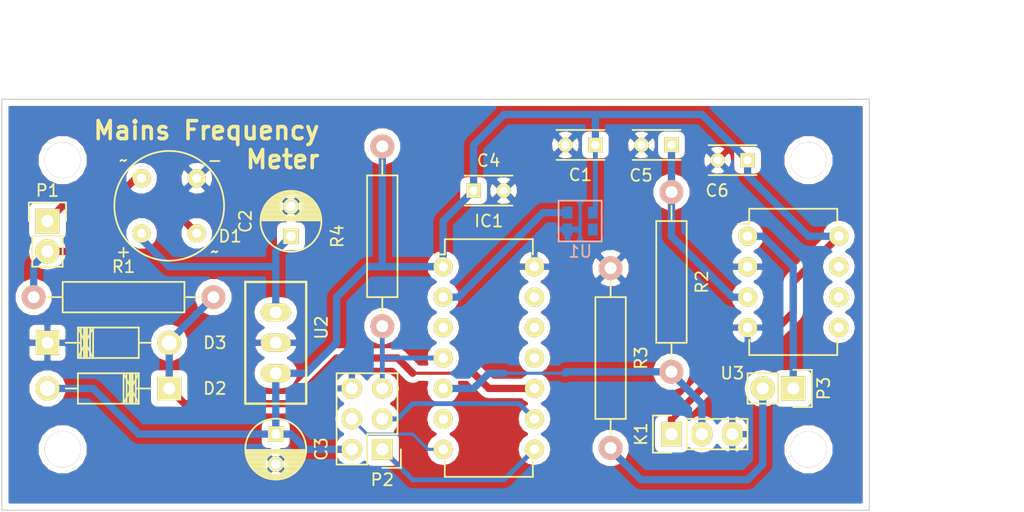
<source format=kicad_pcb>
(kicad_pcb (version 4) (host pcbnew "(2015-11-22 BZR 6327)-product")

  (general
    (links 46)
    (no_connects 0)
    (area 159.827474 145.74 250.57 188.91026)
    (thickness 1.6)
    (drawings 13)
    (tracks 102)
    (zones 0)
    (modules 25)
    (nets 22)
  )

  (page A3)
  (layers
    (0 F.Cu signal)
    (31 B.Cu signal)
    (32 B.Adhes user)
    (33 F.Adhes user)
    (34 B.Paste user)
    (35 F.Paste user)
    (36 B.SilkS user)
    (37 F.SilkS user)
    (38 B.Mask user)
    (39 F.Mask user)
    (40 Dwgs.User user)
    (41 Cmts.User user)
    (42 Eco1.User user)
    (43 Eco2.User user)
    (44 Edge.Cuts user)
  )

  (setup
    (last_trace_width 0.6096)
    (user_trace_width 0.4064)
    (user_trace_width 0.6096)
    (trace_clearance 0.254)
    (zone_clearance 0.508)
    (zone_45_only no)
    (trace_min 0.254)
    (segment_width 0.2)
    (edge_width 0.1)
    (via_size 0.889)
    (via_drill 0.635)
    (via_min_size 0.889)
    (via_min_drill 0.508)
    (uvia_size 0.508)
    (uvia_drill 0.127)
    (uvias_allowed no)
    (uvia_min_size 0.508)
    (uvia_min_drill 0.127)
    (pcb_text_width 0.3)
    (pcb_text_size 1.5 1.5)
    (mod_edge_width 0.15)
    (mod_text_size 1 1)
    (mod_text_width 0.15)
    (pad_size 1.5 1.5)
    (pad_drill 0.6)
    (pad_to_mask_clearance 0)
    (aux_axis_origin 0 0)
    (visible_elements FFFEFFBF)
    (pcbplotparams
      (layerselection 0x01030_80000001)
      (usegerberextensions true)
      (excludeedgelayer true)
      (linewidth 0.150000)
      (plotframeref false)
      (viasonmask false)
      (mode 1)
      (useauxorigin false)
      (hpglpennumber 1)
      (hpglpenspeed 20)
      (hpglpendiameter 15)
      (hpglpenoverlay 2)
      (psnegative false)
      (psa4output false)
      (plotreference true)
      (plotvalue true)
      (plotinvisibletext false)
      (padsonsilk false)
      (subtractmaskfromsilk false)
      (outputformat 1)
      (mirror false)
      (drillshape 0)
      (scaleselection 1)
      (outputdirectory Gerber/))
  )

  (net 0 "")
  (net 1 VCC)
  (net 2 GND)
  (net 3 "Net-(C2-Pad1)")
  (net 4 "Net-(C5-Pad1)")
  (net 5 /DMAINSF)
  (net 6 /TCXO)
  (net 7 "Net-(IC1-Pad3)")
  (net 8 /RST)
  (net 9 /PWM/SERVO)
  (net 10 "Net-(IC1-Pad6)")
  (net 11 /MOSI)
  (net 12 /MISO)
  (net 13 /SCK)
  (net 14 "Net-(IC1-Pad11)")
  (net 15 "Net-(IC1-Pad12)")
  (net 16 "Net-(IC1-Pad13)")
  (net 17 "Net-(D1-Pad2)")
  (net 18 /MAINSF)
  (net 19 "Net-(P3-Pad1)")
  (net 20 "Net-(P3-Pad2)")
  (net 21 "Net-(U1-Pad1)")

  (net_class Default "This is the default net class."
    (clearance 0.254)
    (trace_width 0.254)
    (via_dia 0.889)
    (via_drill 0.635)
    (uvia_dia 0.508)
    (uvia_drill 0.127)
    (add_net /DMAINSF)
    (add_net /MAINSF)
    (add_net /MISO)
    (add_net /MOSI)
    (add_net /PWM/SERVO)
    (add_net /RST)
    (add_net /SCK)
    (add_net /TCXO)
    (add_net GND)
    (add_net "Net-(C2-Pad1)")
    (add_net "Net-(C5-Pad1)")
    (add_net "Net-(D1-Pad2)")
    (add_net "Net-(IC1-Pad11)")
    (add_net "Net-(IC1-Pad12)")
    (add_net "Net-(IC1-Pad13)")
    (add_net "Net-(IC1-Pad3)")
    (add_net "Net-(IC1-Pad6)")
    (add_net "Net-(P3-Pad1)")
    (add_net "Net-(P3-Pad2)")
    (add_net "Net-(U1-Pad1)")
    (add_net VCC)
  )

  (module Capacitors_ThroughHole:C_Radial_D5_L11_P2.5 (layer F.Cu) (tedit 0) (tstamp 565575D3)
    (at 185.42 165.1 90)
    (descr "Radial Electrolytic Capacitor Diameter 5mm x Length 11mm, Pitch 2.5mm")
    (tags "Electrolytic Capacitor")
    (path /5644ACB9)
    (fp_text reference C2 (at 1.25 -3.8 90) (layer F.SilkS)
      (effects (font (size 1 1) (thickness 0.15)))
    )
    (fp_text value 10u (at 1.25 3.8 90) (layer F.Fab)
      (effects (font (size 1 1) (thickness 0.15)))
    )
    (fp_line (start 1.325 -2.499) (end 1.325 2.499) (layer F.SilkS) (width 0.15))
    (fp_line (start 1.465 -2.491) (end 1.465 2.491) (layer F.SilkS) (width 0.15))
    (fp_line (start 1.605 -2.475) (end 1.605 -0.095) (layer F.SilkS) (width 0.15))
    (fp_line (start 1.605 0.095) (end 1.605 2.475) (layer F.SilkS) (width 0.15))
    (fp_line (start 1.745 -2.451) (end 1.745 -0.49) (layer F.SilkS) (width 0.15))
    (fp_line (start 1.745 0.49) (end 1.745 2.451) (layer F.SilkS) (width 0.15))
    (fp_line (start 1.885 -2.418) (end 1.885 -0.657) (layer F.SilkS) (width 0.15))
    (fp_line (start 1.885 0.657) (end 1.885 2.418) (layer F.SilkS) (width 0.15))
    (fp_line (start 2.025 -2.377) (end 2.025 -0.764) (layer F.SilkS) (width 0.15))
    (fp_line (start 2.025 0.764) (end 2.025 2.377) (layer F.SilkS) (width 0.15))
    (fp_line (start 2.165 -2.327) (end 2.165 -0.835) (layer F.SilkS) (width 0.15))
    (fp_line (start 2.165 0.835) (end 2.165 2.327) (layer F.SilkS) (width 0.15))
    (fp_line (start 2.305 -2.266) (end 2.305 -0.879) (layer F.SilkS) (width 0.15))
    (fp_line (start 2.305 0.879) (end 2.305 2.266) (layer F.SilkS) (width 0.15))
    (fp_line (start 2.445 -2.196) (end 2.445 -0.898) (layer F.SilkS) (width 0.15))
    (fp_line (start 2.445 0.898) (end 2.445 2.196) (layer F.SilkS) (width 0.15))
    (fp_line (start 2.585 -2.114) (end 2.585 -0.896) (layer F.SilkS) (width 0.15))
    (fp_line (start 2.585 0.896) (end 2.585 2.114) (layer F.SilkS) (width 0.15))
    (fp_line (start 2.725 -2.019) (end 2.725 -0.871) (layer F.SilkS) (width 0.15))
    (fp_line (start 2.725 0.871) (end 2.725 2.019) (layer F.SilkS) (width 0.15))
    (fp_line (start 2.865 -1.908) (end 2.865 -0.823) (layer F.SilkS) (width 0.15))
    (fp_line (start 2.865 0.823) (end 2.865 1.908) (layer F.SilkS) (width 0.15))
    (fp_line (start 3.005 -1.78) (end 3.005 -0.745) (layer F.SilkS) (width 0.15))
    (fp_line (start 3.005 0.745) (end 3.005 1.78) (layer F.SilkS) (width 0.15))
    (fp_line (start 3.145 -1.631) (end 3.145 -0.628) (layer F.SilkS) (width 0.15))
    (fp_line (start 3.145 0.628) (end 3.145 1.631) (layer F.SilkS) (width 0.15))
    (fp_line (start 3.285 -1.452) (end 3.285 -0.44) (layer F.SilkS) (width 0.15))
    (fp_line (start 3.285 0.44) (end 3.285 1.452) (layer F.SilkS) (width 0.15))
    (fp_line (start 3.425 -1.233) (end 3.425 1.233) (layer F.SilkS) (width 0.15))
    (fp_line (start 3.565 -0.944) (end 3.565 0.944) (layer F.SilkS) (width 0.15))
    (fp_line (start 3.705 -0.472) (end 3.705 0.472) (layer F.SilkS) (width 0.15))
    (fp_circle (center 2.5 0) (end 2.5 -0.9) (layer F.SilkS) (width 0.15))
    (fp_circle (center 1.25 0) (end 1.25 -2.5375) (layer F.SilkS) (width 0.15))
    (fp_circle (center 1.25 0) (end 1.25 -2.8) (layer F.CrtYd) (width 0.05))
    (pad 1 thru_hole rect (at 0 0 90) (size 1.3 1.3) (drill 0.8) (layers *.Cu *.Mask F.SilkS)
      (net 3 "Net-(C2-Pad1)"))
    (pad 2 thru_hole circle (at 2.5 0 90) (size 1.3 1.3) (drill 0.8) (layers *.Cu *.Mask F.SilkS)
      (net 2 GND))
    (model Capacitors_ThroughHole.3dshapes/C_Radial_D5_L11_P2.5.wrl
      (at (xyz 0.049213 0 0))
      (scale (xyz 1 1 1))
      (rotate (xyz 0 0 90))
    )
  )

  (module Mounting_Holes:MountingHole_3mm (layer F.Cu) (tedit 5656C824) (tstamp 56586EBB)
    (at 228.6 182.88)
    (descr "Mounting hole, Befestigungsbohrung, 3mm, No Annular, Kein Restring,")
    (tags "Mounting hole, Befestigungsbohrung, 3mm, No Annular, Kein Restring,")
    (fp_text reference "" (at 0 -4.0005) (layer F.SilkS)
      (effects (font (size 1 1) (thickness 0.15)))
    )
    (fp_text value MountingHole_3mm (at 1.00076 5.00126) (layer F.Fab)
      (effects (font (size 1 1) (thickness 0.15)))
    )
    (fp_circle (center 0 0) (end 3 0) (layer Cmts.User) (width 0.381))
    (pad 1 thru_hole circle (at 0 0) (size 3 3) (drill 3) (layers))
  )

  (module Capacitors_ThroughHole:C_Rect_L4_W2.5_P2.5 (layer F.Cu) (tedit 0) (tstamp 565575CD)
    (at 210.82 157.48 180)
    (descr "Film Capacitor Length 4mm x Width 2.5mm, Pitch 2.5mm")
    (tags Capacitor)
    (path /5644A076)
    (fp_text reference C1 (at 1.25 -2.5 180) (layer F.SilkS)
      (effects (font (size 1 1) (thickness 0.15)))
    )
    (fp_text value 100n (at 1.25 2.5 180) (layer F.Fab)
      (effects (font (size 1 1) (thickness 0.15)))
    )
    (fp_line (start -1 -1.5) (end 3.5 -1.5) (layer F.CrtYd) (width 0.05))
    (fp_line (start 3.5 -1.5) (end 3.5 1.5) (layer F.CrtYd) (width 0.05))
    (fp_line (start 3.5 1.5) (end -1 1.5) (layer F.CrtYd) (width 0.05))
    (fp_line (start -1 1.5) (end -1 -1.5) (layer F.CrtYd) (width 0.05))
    (fp_line (start -0.75 -1.25) (end 3.25 -1.25) (layer F.SilkS) (width 0.15))
    (fp_line (start -0.75 1.25) (end 3.25 1.25) (layer F.SilkS) (width 0.15))
    (pad 1 thru_hole rect (at 0 0 180) (size 1.2 1.2) (drill 0.7) (layers *.Cu *.Mask F.SilkS)
      (net 1 VCC))
    (pad 2 thru_hole circle (at 2.5 0 180) (size 1.2 1.2) (drill 0.7) (layers *.Cu *.Mask F.SilkS)
      (net 2 GND))
  )

  (module Capacitors_ThroughHole:C_Radial_D5_L11_P2.5 (layer F.Cu) (tedit 0) (tstamp 565575D9)
    (at 184.15 181.61 270)
    (descr "Radial Electrolytic Capacitor Diameter 5mm x Length 11mm, Pitch 2.5mm")
    (tags "Electrolytic Capacitor")
    (path /5644AE4E)
    (fp_text reference C3 (at 1.25 -3.8 270) (layer F.SilkS)
      (effects (font (size 1 1) (thickness 0.15)))
    )
    (fp_text value 10u (at 1.25 3.8 270) (layer F.Fab)
      (effects (font (size 1 1) (thickness 0.15)))
    )
    (fp_line (start 1.325 -2.499) (end 1.325 2.499) (layer F.SilkS) (width 0.15))
    (fp_line (start 1.465 -2.491) (end 1.465 2.491) (layer F.SilkS) (width 0.15))
    (fp_line (start 1.605 -2.475) (end 1.605 -0.095) (layer F.SilkS) (width 0.15))
    (fp_line (start 1.605 0.095) (end 1.605 2.475) (layer F.SilkS) (width 0.15))
    (fp_line (start 1.745 -2.451) (end 1.745 -0.49) (layer F.SilkS) (width 0.15))
    (fp_line (start 1.745 0.49) (end 1.745 2.451) (layer F.SilkS) (width 0.15))
    (fp_line (start 1.885 -2.418) (end 1.885 -0.657) (layer F.SilkS) (width 0.15))
    (fp_line (start 1.885 0.657) (end 1.885 2.418) (layer F.SilkS) (width 0.15))
    (fp_line (start 2.025 -2.377) (end 2.025 -0.764) (layer F.SilkS) (width 0.15))
    (fp_line (start 2.025 0.764) (end 2.025 2.377) (layer F.SilkS) (width 0.15))
    (fp_line (start 2.165 -2.327) (end 2.165 -0.835) (layer F.SilkS) (width 0.15))
    (fp_line (start 2.165 0.835) (end 2.165 2.327) (layer F.SilkS) (width 0.15))
    (fp_line (start 2.305 -2.266) (end 2.305 -0.879) (layer F.SilkS) (width 0.15))
    (fp_line (start 2.305 0.879) (end 2.305 2.266) (layer F.SilkS) (width 0.15))
    (fp_line (start 2.445 -2.196) (end 2.445 -0.898) (layer F.SilkS) (width 0.15))
    (fp_line (start 2.445 0.898) (end 2.445 2.196) (layer F.SilkS) (width 0.15))
    (fp_line (start 2.585 -2.114) (end 2.585 -0.896) (layer F.SilkS) (width 0.15))
    (fp_line (start 2.585 0.896) (end 2.585 2.114) (layer F.SilkS) (width 0.15))
    (fp_line (start 2.725 -2.019) (end 2.725 -0.871) (layer F.SilkS) (width 0.15))
    (fp_line (start 2.725 0.871) (end 2.725 2.019) (layer F.SilkS) (width 0.15))
    (fp_line (start 2.865 -1.908) (end 2.865 -0.823) (layer F.SilkS) (width 0.15))
    (fp_line (start 2.865 0.823) (end 2.865 1.908) (layer F.SilkS) (width 0.15))
    (fp_line (start 3.005 -1.78) (end 3.005 -0.745) (layer F.SilkS) (width 0.15))
    (fp_line (start 3.005 0.745) (end 3.005 1.78) (layer F.SilkS) (width 0.15))
    (fp_line (start 3.145 -1.631) (end 3.145 -0.628) (layer F.SilkS) (width 0.15))
    (fp_line (start 3.145 0.628) (end 3.145 1.631) (layer F.SilkS) (width 0.15))
    (fp_line (start 3.285 -1.452) (end 3.285 -0.44) (layer F.SilkS) (width 0.15))
    (fp_line (start 3.285 0.44) (end 3.285 1.452) (layer F.SilkS) (width 0.15))
    (fp_line (start 3.425 -1.233) (end 3.425 1.233) (layer F.SilkS) (width 0.15))
    (fp_line (start 3.565 -0.944) (end 3.565 0.944) (layer F.SilkS) (width 0.15))
    (fp_line (start 3.705 -0.472) (end 3.705 0.472) (layer F.SilkS) (width 0.15))
    (fp_circle (center 2.5 0) (end 2.5 -0.9) (layer F.SilkS) (width 0.15))
    (fp_circle (center 1.25 0) (end 1.25 -2.5375) (layer F.SilkS) (width 0.15))
    (fp_circle (center 1.25 0) (end 1.25 -2.8) (layer F.CrtYd) (width 0.05))
    (pad 1 thru_hole rect (at 0 0 270) (size 1.3 1.3) (drill 0.8) (layers *.Cu *.Mask F.SilkS)
      (net 1 VCC))
    (pad 2 thru_hole circle (at 2.5 0 270) (size 1.3 1.3) (drill 0.8) (layers *.Cu *.Mask F.SilkS)
      (net 2 GND))
    (model Capacitors_ThroughHole.3dshapes/C_Radial_D5_L11_P2.5.wrl
      (at (xyz 0.049213 0 0))
      (scale (xyz 1 1 1))
      (rotate (xyz 0 0 90))
    )
  )

  (module Capacitors_ThroughHole:C_Rect_L4_W2.5_P2.5 (layer F.Cu) (tedit 0) (tstamp 565575DF)
    (at 200.66 161.29)
    (descr "Film Capacitor Length 4mm x Width 2.5mm, Pitch 2.5mm")
    (tags Capacitor)
    (path /5644A069)
    (fp_text reference C4 (at 1.25 -2.5) (layer F.SilkS)
      (effects (font (size 1 1) (thickness 0.15)))
    )
    (fp_text value 100n (at 1.25 2.5) (layer F.Fab)
      (effects (font (size 1 1) (thickness 0.15)))
    )
    (fp_line (start -1 -1.5) (end 3.5 -1.5) (layer F.CrtYd) (width 0.05))
    (fp_line (start 3.5 -1.5) (end 3.5 1.5) (layer F.CrtYd) (width 0.05))
    (fp_line (start 3.5 1.5) (end -1 1.5) (layer F.CrtYd) (width 0.05))
    (fp_line (start -1 1.5) (end -1 -1.5) (layer F.CrtYd) (width 0.05))
    (fp_line (start -0.75 -1.25) (end 3.25 -1.25) (layer F.SilkS) (width 0.15))
    (fp_line (start -0.75 1.25) (end 3.25 1.25) (layer F.SilkS) (width 0.15))
    (pad 1 thru_hole rect (at 0 0) (size 1.2 1.2) (drill 0.7) (layers *.Cu *.Mask F.SilkS)
      (net 1 VCC))
    (pad 2 thru_hole circle (at 2.5 0) (size 1.2 1.2) (drill 0.7) (layers *.Cu *.Mask F.SilkS)
      (net 2 GND))
  )

  (module Capacitors_ThroughHole:C_Rect_L4_W2.5_P2.5 (layer F.Cu) (tedit 5656BDBC) (tstamp 565575E5)
    (at 217.17 157.48 180)
    (descr "Film Capacitor Length 4mm x Width 2.5mm, Pitch 2.5mm")
    (tags Capacitor)
    (path /5644B349)
    (fp_text reference C5 (at 2.54 -2.54 180) (layer F.SilkS)
      (effects (font (size 1 1) (thickness 0.15)))
    )
    (fp_text value ?? (at 1.25 2.5 180) (layer F.Fab)
      (effects (font (size 1 1) (thickness 0.15)))
    )
    (fp_line (start -1 -1.5) (end 3.5 -1.5) (layer F.CrtYd) (width 0.05))
    (fp_line (start 3.5 -1.5) (end 3.5 1.5) (layer F.CrtYd) (width 0.05))
    (fp_line (start 3.5 1.5) (end -1 1.5) (layer F.CrtYd) (width 0.05))
    (fp_line (start -1 1.5) (end -1 -1.5) (layer F.CrtYd) (width 0.05))
    (fp_line (start -0.75 -1.25) (end 3.25 -1.25) (layer F.SilkS) (width 0.15))
    (fp_line (start -0.75 1.25) (end 3.25 1.25) (layer F.SilkS) (width 0.15))
    (pad 1 thru_hole rect (at 0 0 180) (size 1.2 1.2) (drill 0.7) (layers *.Cu *.Mask F.SilkS)
      (net 4 "Net-(C5-Pad1)"))
    (pad 2 thru_hole circle (at 2.5 0 180) (size 1.2 1.2) (drill 0.7) (layers *.Cu *.Mask F.SilkS)
      (net 2 GND))
  )

  (module Capacitors_ThroughHole:C_Rect_L4_W2.5_P2.5 (layer F.Cu) (tedit 5656CEE1) (tstamp 565575EB)
    (at 223.52 158.75 180)
    (descr "Film Capacitor Length 4mm x Width 2.5mm, Pitch 2.5mm")
    (tags Capacitor)
    (path /5644C249)
    (fp_text reference C6 (at 2.54 -2.54 180) (layer F.SilkS)
      (effects (font (size 1 1) (thickness 0.15)))
    )
    (fp_text value 100n (at 1.25 2.5 180) (layer F.Fab)
      (effects (font (size 1 1) (thickness 0.15)))
    )
    (fp_line (start -1 -1.5) (end 3.5 -1.5) (layer F.CrtYd) (width 0.05))
    (fp_line (start 3.5 -1.5) (end 3.5 1.5) (layer F.CrtYd) (width 0.05))
    (fp_line (start 3.5 1.5) (end -1 1.5) (layer F.CrtYd) (width 0.05))
    (fp_line (start -1 1.5) (end -1 -1.5) (layer F.CrtYd) (width 0.05))
    (fp_line (start -0.75 -1.25) (end 3.25 -1.25) (layer F.SilkS) (width 0.15))
    (fp_line (start -0.75 1.25) (end 3.25 1.25) (layer F.SilkS) (width 0.15))
    (pad 1 thru_hole rect (at 0 0 180) (size 1.2 1.2) (drill 0.7) (layers *.Cu *.Mask F.SilkS)
      (net 1 VCC))
    (pad 2 thru_hole circle (at 2.5 0 180) (size 1.2 1.2) (drill 0.7) (layers *.Cu *.Mask F.SilkS)
      (net 2 GND))
  )

  (module Diodes_ThroughHole:Diode_DO-41_SOD81_Horizontal_RM10 (layer F.Cu) (tedit 5656C61E) (tstamp 565575F1)
    (at 175.26 177.8 180)
    (descr "Diode, DO-41, SOD81, Horizontal, RM 10mm,")
    (tags "Diode, DO-41, SOD81, Horizontal, RM 10mm, 1N4007, SB140,")
    (path /5644A0E3)
    (fp_text reference D2 (at -3.81 0 180) (layer F.SilkS)
      (effects (font (size 1 1) (thickness 0.15)))
    )
    (fp_text value DIODE (at 4.37134 -3.55854 180) (layer F.Fab)
      (effects (font (size 1 1) (thickness 0.15)))
    )
    (fp_line (start 7.62 -0.00254) (end 8.636 -0.00254) (layer F.SilkS) (width 0.15))
    (fp_line (start 2.794 -0.00254) (end 1.524 -0.00254) (layer F.SilkS) (width 0.15))
    (fp_line (start 3.048 -1.27254) (end 3.048 1.26746) (layer F.SilkS) (width 0.15))
    (fp_line (start 3.302 -1.27254) (end 3.302 1.26746) (layer F.SilkS) (width 0.15))
    (fp_line (start 3.556 -1.27254) (end 3.556 1.26746) (layer F.SilkS) (width 0.15))
    (fp_line (start 2.794 -1.27254) (end 2.794 1.26746) (layer F.SilkS) (width 0.15))
    (fp_line (start 3.81 -1.27254) (end 2.54 1.26746) (layer F.SilkS) (width 0.15))
    (fp_line (start 2.54 -1.27254) (end 3.81 1.26746) (layer F.SilkS) (width 0.15))
    (fp_line (start 3.81 -1.27254) (end 3.81 1.26746) (layer F.SilkS) (width 0.15))
    (fp_line (start 3.175 -1.27254) (end 3.175 1.26746) (layer F.SilkS) (width 0.15))
    (fp_line (start 2.54 1.26746) (end 2.54 -1.27254) (layer F.SilkS) (width 0.15))
    (fp_line (start 2.54 -1.27254) (end 7.62 -1.27254) (layer F.SilkS) (width 0.15))
    (fp_line (start 7.62 -1.27254) (end 7.62 1.26746) (layer F.SilkS) (width 0.15))
    (fp_line (start 7.62 1.26746) (end 2.54 1.26746) (layer F.SilkS) (width 0.15))
    (pad 2 thru_hole circle (at 10.16 -0.00254) (size 1.99898 1.99898) (drill 1.27) (layers *.Cu *.Mask F.SilkS)
      (net 1 VCC))
    (pad 1 thru_hole rect (at 0 -0.00254) (size 1.99898 1.99898) (drill 1.00076) (layers *.Cu *.Mask F.SilkS)
      (net 5 /DMAINSF))
  )

  (module Diodes_ThroughHole:Diode_DO-41_SOD81_Horizontal_RM10 (layer F.Cu) (tedit 5656C619) (tstamp 565575F7)
    (at 165.1 173.99)
    (descr "Diode, DO-41, SOD81, Horizontal, RM 10mm,")
    (tags "Diode, DO-41, SOD81, Horizontal, RM 10mm, 1N4007, SB140,")
    (path /5644A0D2)
    (fp_text reference D3 (at 13.97 0) (layer F.SilkS)
      (effects (font (size 1 1) (thickness 0.15)))
    )
    (fp_text value DIODE (at 4.37134 -3.55854) (layer F.Fab)
      (effects (font (size 1 1) (thickness 0.15)))
    )
    (fp_line (start 7.62 -0.00254) (end 8.636 -0.00254) (layer F.SilkS) (width 0.15))
    (fp_line (start 2.794 -0.00254) (end 1.524 -0.00254) (layer F.SilkS) (width 0.15))
    (fp_line (start 3.048 -1.27254) (end 3.048 1.26746) (layer F.SilkS) (width 0.15))
    (fp_line (start 3.302 -1.27254) (end 3.302 1.26746) (layer F.SilkS) (width 0.15))
    (fp_line (start 3.556 -1.27254) (end 3.556 1.26746) (layer F.SilkS) (width 0.15))
    (fp_line (start 2.794 -1.27254) (end 2.794 1.26746) (layer F.SilkS) (width 0.15))
    (fp_line (start 3.81 -1.27254) (end 2.54 1.26746) (layer F.SilkS) (width 0.15))
    (fp_line (start 2.54 -1.27254) (end 3.81 1.26746) (layer F.SilkS) (width 0.15))
    (fp_line (start 3.81 -1.27254) (end 3.81 1.26746) (layer F.SilkS) (width 0.15))
    (fp_line (start 3.175 -1.27254) (end 3.175 1.26746) (layer F.SilkS) (width 0.15))
    (fp_line (start 2.54 1.26746) (end 2.54 -1.27254) (layer F.SilkS) (width 0.15))
    (fp_line (start 2.54 -1.27254) (end 7.62 -1.27254) (layer F.SilkS) (width 0.15))
    (fp_line (start 7.62 -1.27254) (end 7.62 1.26746) (layer F.SilkS) (width 0.15))
    (fp_line (start 7.62 1.26746) (end 2.54 1.26746) (layer F.SilkS) (width 0.15))
    (pad 2 thru_hole circle (at 10.16 -0.00254 180) (size 1.99898 1.99898) (drill 1.27) (layers *.Cu *.Mask F.SilkS)
      (net 5 /DMAINSF))
    (pad 1 thru_hole rect (at 0 -0.00254 180) (size 1.99898 1.99898) (drill 1.00076) (layers *.Cu *.Mask F.SilkS)
      (net 2 GND))
  )

  (module Pin_Headers:Pin_Header_Straight_1x02 (layer F.Cu) (tedit 5656BD44) (tstamp 5655760F)
    (at 165.1 163.83)
    (descr "Through hole pin header")
    (tags "pin header")
    (path /5644AB0A)
    (fp_text reference P1 (at 0 -2.54) (layer F.SilkS)
      (effects (font (size 1 1) (thickness 0.15)))
    )
    (fp_text value CONN_2 (at 0 -3.1) (layer F.Fab)
      (effects (font (size 1 1) (thickness 0.15)))
    )
    (fp_line (start 1.27 1.27) (end 1.27 3.81) (layer F.SilkS) (width 0.15))
    (fp_line (start 1.55 -1.55) (end 1.55 0) (layer F.SilkS) (width 0.15))
    (fp_line (start -1.75 -1.75) (end -1.75 4.3) (layer F.CrtYd) (width 0.05))
    (fp_line (start 1.75 -1.75) (end 1.75 4.3) (layer F.CrtYd) (width 0.05))
    (fp_line (start -1.75 -1.75) (end 1.75 -1.75) (layer F.CrtYd) (width 0.05))
    (fp_line (start -1.75 4.3) (end 1.75 4.3) (layer F.CrtYd) (width 0.05))
    (fp_line (start 1.27 1.27) (end -1.27 1.27) (layer F.SilkS) (width 0.15))
    (fp_line (start -1.55 0) (end -1.55 -1.55) (layer F.SilkS) (width 0.15))
    (fp_line (start -1.55 -1.55) (end 1.55 -1.55) (layer F.SilkS) (width 0.15))
    (fp_line (start -1.27 1.27) (end -1.27 3.81) (layer F.SilkS) (width 0.15))
    (fp_line (start -1.27 3.81) (end 1.27 3.81) (layer F.SilkS) (width 0.15))
    (pad 1 thru_hole rect (at 0 0) (size 2.032 2.032) (drill 1.016) (layers *.Cu *.Mask F.SilkS)
      (net 17 "Net-(D1-Pad2)"))
    (pad 2 thru_hole oval (at 0 2.54) (size 2.032 2.032) (drill 1.016) (layers *.Cu *.Mask F.SilkS)
      (net 18 /MAINSF))
    (model Pin_Headers.3dshapes/Pin_Header_Straight_1x02.wrl
      (at (xyz 0 -0.05 0))
      (scale (xyz 1 1 1))
      (rotate (xyz 0 0 90))
    )
  )

  (module Pin_Headers:Pin_Header_Straight_2x03 (layer F.Cu) (tedit 5656BD9C) (tstamp 56557619)
    (at 193.04 182.88 180)
    (descr "Through hole pin header")
    (tags "pin header")
    (path /5644A6CA)
    (fp_text reference P2 (at 0 -2.54 180) (layer F.SilkS)
      (effects (font (size 1 1) (thickness 0.15)))
    )
    (fp_text value CONN_3X2 (at 0 -3.1 180) (layer F.Fab)
      (effects (font (size 1 1) (thickness 0.15)))
    )
    (fp_line (start -1.27 1.27) (end -1.27 6.35) (layer F.SilkS) (width 0.15))
    (fp_line (start -1.55 -1.55) (end 0 -1.55) (layer F.SilkS) (width 0.15))
    (fp_line (start -1.75 -1.75) (end -1.75 6.85) (layer F.CrtYd) (width 0.05))
    (fp_line (start 4.3 -1.75) (end 4.3 6.85) (layer F.CrtYd) (width 0.05))
    (fp_line (start -1.75 -1.75) (end 4.3 -1.75) (layer F.CrtYd) (width 0.05))
    (fp_line (start -1.75 6.85) (end 4.3 6.85) (layer F.CrtYd) (width 0.05))
    (fp_line (start 1.27 -1.27) (end 1.27 1.27) (layer F.SilkS) (width 0.15))
    (fp_line (start 1.27 1.27) (end -1.27 1.27) (layer F.SilkS) (width 0.15))
    (fp_line (start -1.27 6.35) (end 3.81 6.35) (layer F.SilkS) (width 0.15))
    (fp_line (start 3.81 6.35) (end 3.81 1.27) (layer F.SilkS) (width 0.15))
    (fp_line (start -1.55 -1.55) (end -1.55 0) (layer F.SilkS) (width 0.15))
    (fp_line (start 3.81 -1.27) (end 1.27 -1.27) (layer F.SilkS) (width 0.15))
    (fp_line (start 3.81 1.27) (end 3.81 -1.27) (layer F.SilkS) (width 0.15))
    (pad 1 thru_hole rect (at 0 0 180) (size 1.7272 1.7272) (drill 1.016) (layers *.Cu *.Mask F.SilkS)
      (net 12 /MISO))
    (pad 2 thru_hole oval (at 2.54 0 180) (size 1.7272 1.7272) (drill 1.016) (layers *.Cu *.Mask F.SilkS)
      (net 1 VCC))
    (pad 3 thru_hole oval (at 0 2.54 180) (size 1.7272 1.7272) (drill 1.016) (layers *.Cu *.Mask F.SilkS)
      (net 13 /SCK))
    (pad 4 thru_hole oval (at 2.54 2.54 180) (size 1.7272 1.7272) (drill 1.016) (layers *.Cu *.Mask F.SilkS)
      (net 11 /MOSI))
    (pad 5 thru_hole oval (at 0 5.08 180) (size 1.7272 1.7272) (drill 1.016) (layers *.Cu *.Mask F.SilkS)
      (net 8 /RST))
    (pad 6 thru_hole oval (at 2.54 5.08 180) (size 1.7272 1.7272) (drill 1.016) (layers *.Cu *.Mask F.SilkS)
      (net 2 GND))
    (model Pin_Headers.3dshapes/Pin_Header_Straight_2x03.wrl
      (at (xyz 0.05 -0.1 0))
      (scale (xyz 1 1 1))
      (rotate (xyz 0 0 90))
    )
  )

  (module Pin_Headers:Pin_Header_Straight_1x02 (layer F.Cu) (tedit 5656BDB1) (tstamp 5655761F)
    (at 227.33 177.8 270)
    (descr "Through hole pin header")
    (tags "pin header")
    (path /5644AAFB)
    (fp_text reference P3 (at 0 -2.54 270) (layer F.SilkS)
      (effects (font (size 1 1) (thickness 0.15)))
    )
    (fp_text value CONN_2 (at 0 -3.1 270) (layer F.Fab)
      (effects (font (size 1 1) (thickness 0.15)))
    )
    (fp_line (start 1.27 1.27) (end 1.27 3.81) (layer F.SilkS) (width 0.15))
    (fp_line (start 1.55 -1.55) (end 1.55 0) (layer F.SilkS) (width 0.15))
    (fp_line (start -1.75 -1.75) (end -1.75 4.3) (layer F.CrtYd) (width 0.05))
    (fp_line (start 1.75 -1.75) (end 1.75 4.3) (layer F.CrtYd) (width 0.05))
    (fp_line (start -1.75 -1.75) (end 1.75 -1.75) (layer F.CrtYd) (width 0.05))
    (fp_line (start -1.75 4.3) (end 1.75 4.3) (layer F.CrtYd) (width 0.05))
    (fp_line (start 1.27 1.27) (end -1.27 1.27) (layer F.SilkS) (width 0.15))
    (fp_line (start -1.55 0) (end -1.55 -1.55) (layer F.SilkS) (width 0.15))
    (fp_line (start -1.55 -1.55) (end 1.55 -1.55) (layer F.SilkS) (width 0.15))
    (fp_line (start -1.27 1.27) (end -1.27 3.81) (layer F.SilkS) (width 0.15))
    (fp_line (start -1.27 3.81) (end 1.27 3.81) (layer F.SilkS) (width 0.15))
    (pad 1 thru_hole rect (at 0 0 270) (size 2.032 2.032) (drill 1.016) (layers *.Cu *.Mask F.SilkS)
      (net 19 "Net-(P3-Pad1)"))
    (pad 2 thru_hole oval (at 0 2.54 270) (size 2.032 2.032) (drill 1.016) (layers *.Cu *.Mask F.SilkS)
      (net 20 "Net-(P3-Pad2)"))
    (model Pin_Headers.3dshapes/Pin_Header_Straight_1x02.wrl
      (at (xyz 0 -0.05 0))
      (scale (xyz 1 1 1))
      (rotate (xyz 0 0 90))
    )
  )

  (module Resistors_ThroughHole:Resistor_Horizontal_RM15mm (layer F.Cu) (tedit 5656BD88) (tstamp 56557625)
    (at 171.45 170.18 180)
    (descr "Resistor, Axial, RM 15mm,")
    (tags "Resistor, Axial, RM 15mm,")
    (path /5644A148)
    (fp_text reference R1 (at 0 2.54 180) (layer F.SilkS)
      (effects (font (size 1 1) (thickness 0.15)))
    )
    (fp_text value 10k (at 0 4.0005 180) (layer F.Fab)
      (effects (font (size 1 1) (thickness 0.15)))
    )
    (fp_line (start -5.08 -1.27) (end -5.08 1.27) (layer F.SilkS) (width 0.15))
    (fp_line (start -5.08 1.27) (end 5.08 1.27) (layer F.SilkS) (width 0.15))
    (fp_line (start 5.08 1.27) (end 5.08 -1.27) (layer F.SilkS) (width 0.15))
    (fp_line (start 5.08 -1.27) (end -5.08 -1.27) (layer F.SilkS) (width 0.15))
    (fp_line (start 6.35 0) (end 5.08 0) (layer F.SilkS) (width 0.15))
    (fp_line (start -6.35 0) (end -5.08 0) (layer F.SilkS) (width 0.15))
    (pad 1 thru_hole circle (at -7.5 0 180) (size 1.99898 1.99898) (drill 1.00076) (layers *.Cu *.SilkS *.Mask)
      (net 5 /DMAINSF))
    (pad 2 thru_hole circle (at 7.5 0 180) (size 1.99898 1.99898) (drill 1.00076) (layers *.Cu *.SilkS *.Mask)
      (net 18 /MAINSF))
    (model Resistors_ThroughHole.3dshapes/Resistor_Horizontal_RM15mm.wrl
      (at (xyz 0 0 0))
      (scale (xyz 0.4 0.4 0.4))
      (rotate (xyz 0 0 0))
    )
  )

  (module Resistors_ThroughHole:Resistor_Horizontal_RM15mm (layer F.Cu) (tedit 5656BDA9) (tstamp 5655762B)
    (at 217.17 168.91 90)
    (descr "Resistor, Axial, RM 15mm,")
    (tags "Resistor, Axial, RM 15mm,")
    (path /5644B343)
    (fp_text reference R2 (at 0 2.54 90) (layer F.SilkS)
      (effects (font (size 1 1) (thickness 0.15)))
    )
    (fp_text value ?? (at 0 4.0005 90) (layer F.Fab)
      (effects (font (size 1 1) (thickness 0.15)))
    )
    (fp_line (start -5.08 -1.27) (end -5.08 1.27) (layer F.SilkS) (width 0.15))
    (fp_line (start -5.08 1.27) (end 5.08 1.27) (layer F.SilkS) (width 0.15))
    (fp_line (start 5.08 1.27) (end 5.08 -1.27) (layer F.SilkS) (width 0.15))
    (fp_line (start 5.08 -1.27) (end -5.08 -1.27) (layer F.SilkS) (width 0.15))
    (fp_line (start 6.35 0) (end 5.08 0) (layer F.SilkS) (width 0.15))
    (fp_line (start -6.35 0) (end -5.08 0) (layer F.SilkS) (width 0.15))
    (pad 1 thru_hole circle (at -7.5 0 90) (size 1.99898 1.99898) (drill 1.00076) (layers *.Cu *.SilkS *.Mask)
      (net 9 /PWM/SERVO))
    (pad 2 thru_hole circle (at 7.5 0 90) (size 1.99898 1.99898) (drill 1.00076) (layers *.Cu *.SilkS *.Mask)
      (net 4 "Net-(C5-Pad1)"))
    (model Resistors_ThroughHole.3dshapes/Resistor_Horizontal_RM15mm.wrl
      (at (xyz 0 0 0))
      (scale (xyz 0.4 0.4 0.4))
      (rotate (xyz 0 0 0))
    )
  )

  (module Resistors_ThroughHole:Resistor_Horizontal_RM15mm (layer F.Cu) (tedit 5656BDAB) (tstamp 56557631)
    (at 212.09 175.26 270)
    (descr "Resistor, Axial, RM 15mm,")
    (tags "Resistor, Axial, RM 15mm,")
    (path /5644B85D)
    (fp_text reference R3 (at 0 -2.54 270) (layer F.SilkS)
      (effects (font (size 1 1) (thickness 0.15)))
    )
    (fp_text value ?? (at 0 4.0005 270) (layer F.Fab)
      (effects (font (size 1 1) (thickness 0.15)))
    )
    (fp_line (start -5.08 -1.27) (end -5.08 1.27) (layer F.SilkS) (width 0.15))
    (fp_line (start -5.08 1.27) (end 5.08 1.27) (layer F.SilkS) (width 0.15))
    (fp_line (start 5.08 1.27) (end 5.08 -1.27) (layer F.SilkS) (width 0.15))
    (fp_line (start 5.08 -1.27) (end -5.08 -1.27) (layer F.SilkS) (width 0.15))
    (fp_line (start 6.35 0) (end 5.08 0) (layer F.SilkS) (width 0.15))
    (fp_line (start -6.35 0) (end -5.08 0) (layer F.SilkS) (width 0.15))
    (pad 1 thru_hole circle (at -7.5 0 270) (size 1.99898 1.99898) (drill 1.00076) (layers *.Cu *.SilkS *.Mask)
      (net 2 GND))
    (pad 2 thru_hole circle (at 7.5 0 270) (size 1.99898 1.99898) (drill 1.00076) (layers *.Cu *.SilkS *.Mask)
      (net 20 "Net-(P3-Pad2)"))
    (model Resistors_ThroughHole.3dshapes/Resistor_Horizontal_RM15mm.wrl
      (at (xyz 0 0 0))
      (scale (xyz 0.4 0.4 0.4))
      (rotate (xyz 0 0 0))
    )
  )

  (module Resistors_ThroughHole:Resistor_Horizontal_RM15mm (layer F.Cu) (tedit 53F56292) (tstamp 56557637)
    (at 193.04 165.1 90)
    (descr "Resistor, Axial, RM 15mm,")
    (tags "Resistor, Axial, RM 15mm,")
    (path /5644BD0C)
    (fp_text reference R4 (at 0 -3.74904 90) (layer F.SilkS)
      (effects (font (size 1 1) (thickness 0.15)))
    )
    (fp_text value 10k (at 0 4.0005 90) (layer F.Fab)
      (effects (font (size 1 1) (thickness 0.15)))
    )
    (fp_line (start -5.08 -1.27) (end -5.08 1.27) (layer F.SilkS) (width 0.15))
    (fp_line (start -5.08 1.27) (end 5.08 1.27) (layer F.SilkS) (width 0.15))
    (fp_line (start 5.08 1.27) (end 5.08 -1.27) (layer F.SilkS) (width 0.15))
    (fp_line (start 5.08 -1.27) (end -5.08 -1.27) (layer F.SilkS) (width 0.15))
    (fp_line (start 6.35 0) (end 5.08 0) (layer F.SilkS) (width 0.15))
    (fp_line (start -6.35 0) (end -5.08 0) (layer F.SilkS) (width 0.15))
    (pad 1 thru_hole circle (at -7.5 0 90) (size 1.99898 1.99898) (drill 1.00076) (layers *.Cu *.SilkS *.Mask)
      (net 8 /RST))
    (pad 2 thru_hole circle (at 7.5 0 90) (size 1.99898 1.99898) (drill 1.00076) (layers *.Cu *.SilkS *.Mask)
      (net 1 VCC))
    (model Resistors_ThroughHole.3dshapes/Resistor_Horizontal_RM15mm.wrl
      (at (xyz 0 0 0))
      (scale (xyz 0.4 0.4 0.4))
      (rotate (xyz 0 0 0))
    )
  )

  (module JF_Bridge_Rectifiers:WOB (layer F.Cu) (tedit 5656CC3D) (tstamp 56557741)
    (at 175.26 162.56)
    (path /5644BC1D)
    (fp_text reference D1 (at 5.08 2.54) (layer F.SilkS)
      (effects (font (size 1 1) (thickness 0.15)))
    )
    (fp_text value BRIDGE (at 0 -6.35) (layer F.Fab)
      (effects (font (size 1 1) (thickness 0.15)))
    )
    (fp_text user ~~ (at 3.81 3.81) (layer F.SilkS)
      (effects (font (size 1 1) (thickness 0.15)))
    )
    (fp_text user ~~ (at -3.81 -3.81) (layer F.SilkS)
      (effects (font (size 1 1) (thickness 0.15)))
    )
    (fp_text user - (at 3.81 -3.81) (layer F.SilkS)
      (effects (font (size 1 1) (thickness 0.15)))
    )
    (fp_text user + (at -3.81 3.81) (layer F.SilkS)
      (effects (font (size 1 1) (thickness 0.15)))
    )
    (fp_circle (center 0 0) (end 3.81 -2.54) (layer F.SilkS) (width 0.15))
    (pad 1 thru_hole circle (at 2.3 -2.3) (size 1.524 1.524) (drill 0.762) (layers *.Cu *.Mask F.SilkS)
      (net 2 GND))
    (pad 2 thru_hole circle (at -2.3 -2.3) (size 1.524 1.524) (drill 0.762) (layers *.Cu *.Mask F.SilkS)
      (net 17 "Net-(D1-Pad2)"))
    (pad 3 thru_hole circle (at -2.3 2.3) (size 1.524 1.524) (drill 0.762) (layers *.Cu *.Mask F.SilkS)
      (net 3 "Net-(C2-Pad1)"))
    (pad 4 thru_hole circle (at 2.3 2.3) (size 1.524 1.524) (drill 0.762) (layers *.Cu *.Mask F.SilkS)
      (net 18 /MAINSF))
  )

  (module Pin_Headers:Pin_Header_Straight_1x03 (layer F.Cu) (tedit 5656BDB2) (tstamp 56557748)
    (at 217.17 181.61 90)
    (descr "Through hole pin header")
    (tags "pin header")
    (path /56557BEE)
    (fp_text reference K1 (at 0 -2.54 90) (layer F.SilkS)
      (effects (font (size 1 1) (thickness 0.15)))
    )
    (fp_text value CONN_3 (at 0 -3.1 90) (layer F.Fab)
      (effects (font (size 1 1) (thickness 0.15)))
    )
    (fp_line (start -1.75 -1.75) (end -1.75 6.85) (layer F.CrtYd) (width 0.05))
    (fp_line (start 1.75 -1.75) (end 1.75 6.85) (layer F.CrtYd) (width 0.05))
    (fp_line (start -1.75 -1.75) (end 1.75 -1.75) (layer F.CrtYd) (width 0.05))
    (fp_line (start -1.75 6.85) (end 1.75 6.85) (layer F.CrtYd) (width 0.05))
    (fp_line (start -1.27 1.27) (end -1.27 6.35) (layer F.SilkS) (width 0.15))
    (fp_line (start -1.27 6.35) (end 1.27 6.35) (layer F.SilkS) (width 0.15))
    (fp_line (start 1.27 6.35) (end 1.27 1.27) (layer F.SilkS) (width 0.15))
    (fp_line (start 1.55 -1.55) (end 1.55 0) (layer F.SilkS) (width 0.15))
    (fp_line (start 1.27 1.27) (end -1.27 1.27) (layer F.SilkS) (width 0.15))
    (fp_line (start -1.55 0) (end -1.55 -1.55) (layer F.SilkS) (width 0.15))
    (fp_line (start -1.55 -1.55) (end 1.55 -1.55) (layer F.SilkS) (width 0.15))
    (pad 1 thru_hole rect (at 0 0 90) (size 2.032 1.7272) (drill 1.016) (layers *.Cu *.Mask F.SilkS)
      (net 1 VCC))
    (pad 2 thru_hole oval (at 0 2.54 90) (size 2.032 1.7272) (drill 1.016) (layers *.Cu *.Mask F.SilkS)
      (net 9 /PWM/SERVO))
    (pad 3 thru_hole oval (at 0 5.08 90) (size 2.032 1.7272) (drill 1.016) (layers *.Cu *.Mask F.SilkS)
      (net 2 GND))
    (model Pin_Headers.3dshapes/Pin_Header_Straight_1x03.wrl
      (at (xyz 0 -0.1 0))
      (scale (xyz 1 1 1))
      (rotate (xyz 0 0 90))
    )
  )

  (module JF_Oscillators:TG5006CG (layer B.Cu) (tedit 563B7072) (tstamp 56557750)
    (at 209.55 163.83 180)
    (path /56449FC9)
    (fp_text reference U1 (at 0 -2.54 180) (layer B.SilkS)
      (effects (font (size 1 1) (thickness 0.15)) (justify mirror))
    )
    (fp_text value TCXO_SMD_4P (at 0 2.54 180) (layer B.Fab)
      (effects (font (size 1 1) (thickness 0.15)) (justify mirror))
    )
    (fp_line (start 1.8 1.7) (end -1.8 1.7) (layer B.SilkS) (width 0.15))
    (fp_line (start -1.8 1.7) (end -1.8 -1.7) (layer B.SilkS) (width 0.15))
    (fp_line (start -1.8 -1.7) (end 1.8 -1.7) (layer B.SilkS) (width 0.15))
    (fp_line (start 1.8 -1.7) (end 1.8 1.7) (layer B.SilkS) (width 0.15))
    (pad 1 smd rect (at -1.05 -0.7 180) (size 0.8 1) (layers B.Cu B.Paste B.Mask)
      (net 21 "Net-(U1-Pad1)"))
    (pad 2 smd rect (at 1.05 -0.7 180) (size 0.8 1) (layers B.Cu B.Paste B.Mask)
      (net 2 GND))
    (pad 3 smd rect (at 1.05 0.7 180) (size 0.8 1) (layers B.Cu B.Paste B.Mask)
      (net 6 /TCXO))
    (pad 4 smd rect (at -1.05 0.7 180) (size 0.8 1) (layers B.Cu B.Paste B.Mask)
      (net 1 VCC))
  )

  (module Housings_DIP:DIP-8_W7.62mm (layer F.Cu) (tedit 5656CEEA) (tstamp 565577B9)
    (at 223.52 165.1)
    (descr "8-lead dip package, row spacing 7.62 mm (300 mils)")
    (tags "dil dip 2.54 300")
    (path /5644B591)
    (fp_text reference U3 (at -1.27 11.43) (layer F.SilkS)
      (effects (font (size 1 1) (thickness 0.15)))
    )
    (fp_text value LM358 (at 0 -3.72) (layer F.Fab)
      (effects (font (size 1 1) (thickness 0.15)))
    )
    (fp_line (start -1.05 -2.45) (end -1.05 10.1) (layer F.CrtYd) (width 0.05))
    (fp_line (start 8.65 -2.45) (end 8.65 10.1) (layer F.CrtYd) (width 0.05))
    (fp_line (start -1.05 -2.45) (end 8.65 -2.45) (layer F.CrtYd) (width 0.05))
    (fp_line (start -1.05 10.1) (end 8.65 10.1) (layer F.CrtYd) (width 0.05))
    (fp_line (start 0.135 -2.295) (end 0.135 -1.025) (layer F.SilkS) (width 0.15))
    (fp_line (start 7.485 -2.295) (end 7.485 -1.025) (layer F.SilkS) (width 0.15))
    (fp_line (start 7.485 9.915) (end 7.485 8.645) (layer F.SilkS) (width 0.15))
    (fp_line (start 0.135 9.915) (end 0.135 8.645) (layer F.SilkS) (width 0.15))
    (fp_line (start 0.135 -2.295) (end 7.485 -2.295) (layer F.SilkS) (width 0.15))
    (fp_line (start 0.135 9.915) (end 7.485 9.915) (layer F.SilkS) (width 0.15))
    (fp_line (start 0.135 -1.025) (end -0.8 -1.025) (layer F.SilkS) (width 0.15))
    (pad 1 thru_hole oval (at 0 0) (size 1.6 1.6) (drill 0.8) (layers *.Cu *.Mask F.SilkS)
      (net 19 "Net-(P3-Pad1)"))
    (pad 2 thru_hole oval (at 0 2.54) (size 1.6 1.6) (drill 0.8) (layers *.Cu *.Mask F.SilkS)
      (net 2 GND))
    (pad 3 thru_hole oval (at 0 5.08) (size 1.6 1.6) (drill 0.8) (layers *.Cu *.Mask F.SilkS)
      (net 4 "Net-(C5-Pad1)"))
    (pad 4 thru_hole oval (at 0 7.62) (size 1.6 1.6) (drill 0.8) (layers *.Cu *.Mask F.SilkS)
      (net 2 GND))
    (pad 5 thru_hole oval (at 7.62 7.62) (size 1.6 1.6) (drill 0.8) (layers *.Cu *.Mask F.SilkS))
    (pad 6 thru_hole oval (at 7.62 5.08) (size 1.6 1.6) (drill 0.8) (layers *.Cu *.Mask F.SilkS))
    (pad 7 thru_hole oval (at 7.62 2.54) (size 1.6 1.6) (drill 0.8) (layers *.Cu *.Mask F.SilkS))
    (pad 8 thru_hole oval (at 7.62 0) (size 1.6 1.6) (drill 0.8) (layers *.Cu *.Mask F.SilkS)
      (net 1 VCC))
    (model Housings_DIP.3dshapes/DIP-8_W7.62mm.wrl
      (at (xyz 0 0 0))
      (scale (xyz 1 1 1))
      (rotate (xyz 0 0 0))
    )
  )

  (module Housings_DIP:DIP-14_W7.62mm (layer F.Cu) (tedit 5656BDA2) (tstamp 56557B06)
    (at 198.12 167.64)
    (descr "14-lead dip package, row spacing 7.62 mm (300 mils)")
    (tags "dil dip 2.54 300")
    (path /5644A04C)
    (fp_text reference IC1 (at 3.81 -3.81) (layer F.SilkS)
      (effects (font (size 1 1) (thickness 0.15)))
    )
    (fp_text value ATTINY84A-SS (at 0 -3.72) (layer F.Fab)
      (effects (font (size 1 1) (thickness 0.15)))
    )
    (fp_line (start -1.05 -2.45) (end -1.05 17.7) (layer F.CrtYd) (width 0.05))
    (fp_line (start 8.65 -2.45) (end 8.65 17.7) (layer F.CrtYd) (width 0.05))
    (fp_line (start -1.05 -2.45) (end 8.65 -2.45) (layer F.CrtYd) (width 0.05))
    (fp_line (start -1.05 17.7) (end 8.65 17.7) (layer F.CrtYd) (width 0.05))
    (fp_line (start 0.135 -2.295) (end 0.135 -1.025) (layer F.SilkS) (width 0.15))
    (fp_line (start 7.485 -2.295) (end 7.485 -1.025) (layer F.SilkS) (width 0.15))
    (fp_line (start 7.485 17.535) (end 7.485 16.265) (layer F.SilkS) (width 0.15))
    (fp_line (start 0.135 17.535) (end 0.135 16.265) (layer F.SilkS) (width 0.15))
    (fp_line (start 0.135 -2.295) (end 7.485 -2.295) (layer F.SilkS) (width 0.15))
    (fp_line (start 0.135 17.535) (end 7.485 17.535) (layer F.SilkS) (width 0.15))
    (fp_line (start 0.135 -1.025) (end -0.8 -1.025) (layer F.SilkS) (width 0.15))
    (pad 1 thru_hole oval (at 0 0) (size 1.6 1.6) (drill 0.8) (layers *.Cu *.Mask F.SilkS)
      (net 1 VCC))
    (pad 2 thru_hole oval (at 0 2.54) (size 1.6 1.6) (drill 0.8) (layers *.Cu *.Mask F.SilkS)
      (net 6 /TCXO))
    (pad 3 thru_hole oval (at 0 5.08) (size 1.6 1.6) (drill 0.8) (layers *.Cu *.Mask F.SilkS)
      (net 7 "Net-(IC1-Pad3)"))
    (pad 4 thru_hole oval (at 0 7.62) (size 1.6 1.6) (drill 0.8) (layers *.Cu *.Mask F.SilkS)
      (net 8 /RST))
    (pad 5 thru_hole oval (at 0 10.16) (size 1.6 1.6) (drill 0.8) (layers *.Cu *.Mask F.SilkS)
      (net 9 /PWM/SERVO))
    (pad 6 thru_hole oval (at 0 12.7) (size 1.6 1.6) (drill 0.8) (layers *.Cu *.Mask F.SilkS)
      (net 10 "Net-(IC1-Pad6)"))
    (pad 7 thru_hole oval (at 0 15.24) (size 1.6 1.6) (drill 0.8) (layers *.Cu *.Mask F.SilkS)
      (net 11 /MOSI))
    (pad 8 thru_hole oval (at 7.62 15.24) (size 1.6 1.6) (drill 0.8) (layers *.Cu *.Mask F.SilkS)
      (net 12 /MISO))
    (pad 9 thru_hole oval (at 7.62 12.7) (size 1.6 1.6) (drill 0.8) (layers *.Cu *.Mask F.SilkS)
      (net 13 /SCK))
    (pad 10 thru_hole oval (at 7.62 10.16) (size 1.6 1.6) (drill 0.8) (layers *.Cu *.Mask F.SilkS)
      (net 5 /DMAINSF))
    (pad 11 thru_hole oval (at 7.62 7.62) (size 1.6 1.6) (drill 0.8) (layers *.Cu *.Mask F.SilkS)
      (net 14 "Net-(IC1-Pad11)"))
    (pad 12 thru_hole oval (at 7.62 5.08) (size 1.6 1.6) (drill 0.8) (layers *.Cu *.Mask F.SilkS)
      (net 15 "Net-(IC1-Pad12)"))
    (pad 13 thru_hole oval (at 7.62 2.54) (size 1.6 1.6) (drill 0.8) (layers *.Cu *.Mask F.SilkS)
      (net 16 "Net-(IC1-Pad13)"))
    (pad 14 thru_hole oval (at 7.62 0) (size 1.6 1.6) (drill 0.8) (layers *.Cu *.Mask F.SilkS)
      (net 2 GND))
    (model Housings_DIP.3dshapes/DIP-14_W7.62mm.wrl
      (at (xyz 0 0 0))
      (scale (xyz 1 1 1))
      (rotate (xyz 0 0 0))
    )
  )

  (module TO_SOT_Packages_THT:TO-220_Neutral123_PadsOnly (layer F.Cu) (tedit 5656BD59) (tstamp 56557E05)
    (at 184.15 173.99 90)
    (path /5644AD2B)
    (fp_text reference U2 (at 1.27 3.81 90) (layer F.SilkS)
      (effects (font (size 1 1) (thickness 0.15)))
    )
    (fp_text value 78L05 (at -0.20066 3.2512 90) (layer F.Fab)
      (effects (font (size 1 1) (thickness 0.15)))
    )
    (pad 2 thru_hole oval (at 0 0 180) (size 2.49936 1.50114) (drill 1.00076) (layers *.Cu *.Mask F.SilkS)
      (net 2 GND))
    (pad 1 thru_hole oval (at -2.54 0 180) (size 2.49936 1.50114) (drill 1.00076) (layers *.Cu *.Mask F.SilkS)
      (net 1 VCC))
    (pad 3 thru_hole oval (at 2.54 0 180) (size 2.49936 1.50114) (drill 1.00076) (layers *.Cu *.Mask F.SilkS)
      (net 3 "Net-(C2-Pad1)"))
    (model TO_SOT_Packages_THT.3dshapes/TO-220_Neutral123_PadsOnly.wrl
      (at (xyz 0 0 0))
      (scale (xyz 0.3937 0.3937 0.3937))
      (rotate (xyz 0 0 0))
    )
  )

  (module Mounting_Holes:MountingHole_3mm (layer F.Cu) (tedit 5656C81A) (tstamp 56586EA5)
    (at 166.37 158.75)
    (descr "Mounting hole, Befestigungsbohrung, 3mm, No Annular, Kein Restring,")
    (tags "Mounting hole, Befestigungsbohrung, 3mm, No Annular, Kein Restring,")
    (fp_text reference "" (at 0 -4.0005) (layer F.SilkS)
      (effects (font (size 1 1) (thickness 0.15)))
    )
    (fp_text value MountingHole_3mm (at 1.00076 5.00126) (layer F.Fab)
      (effects (font (size 1 1) (thickness 0.15)))
    )
    (fp_circle (center 0 0) (end 3 0) (layer Cmts.User) (width 0.381))
    (pad 1 thru_hole circle (at 0 0) (size 3 3) (drill 3) (layers))
  )

  (module Mounting_Holes:MountingHole_3mm (layer F.Cu) (tedit 5656C6C7) (tstamp 56586EB0)
    (at 166.37 182.88)
    (descr "Mounting hole, Befestigungsbohrung, 3mm, No Annular, Kein Restring,")
    (tags "Mounting hole, Befestigungsbohrung, 3mm, No Annular, Kein Restring,")
    (fp_text reference "" (at 0 -4.0005) (layer F.SilkS)
      (effects (font (size 1 1) (thickness 0.15)))
    )
    (fp_text value MountingHole_3mm (at 1.00076 5.00126) (layer F.Fab)
      (effects (font (size 1 1) (thickness 0.15)))
    )
    (fp_circle (center 0 0) (end 3 0) (layer Cmts.User) (width 0.381))
    (pad 1 thru_hole circle (at 0 0) (size 3 3) (drill 3) (layers))
  )

  (module Mounting_Holes:MountingHole_3mm (layer F.Cu) (tedit 5656C81F) (tstamp 56586EC6)
    (at 228.6 158.75)
    (descr "Mounting hole, Befestigungsbohrung, 3mm, No Annular, Kein Restring,")
    (tags "Mounting hole, Befestigungsbohrung, 3mm, No Annular, Kein Restring,")
    (fp_text reference "" (at 0 -4.0005) (layer F.SilkS)
      (effects (font (size 1 1) (thickness 0.15)))
    )
    (fp_text value MountingHole_3mm (at 1.00076 5.00126) (layer F.Fab)
      (effects (font (size 1 1) (thickness 0.15)))
    )
    (fp_circle (center 0 0) (end 3 0) (layer Cmts.User) (width 0.381))
    (pad 1 thru_hole circle (at 0 0) (size 3 3) (drill 3) (layers))
  )

  (gr_text "Mains Frequency\nMeter" (at 187.96 157.48) (layer F.SilkS)
    (effects (font (size 1.5 1.5) (thickness 0.3)) (justify right))
  )
  (gr_line (start 161.29 187.96) (end 233.68 187.96) (angle 90) (layer Edge.Cuts) (width 0.1))
  (gr_line (start 161.29 153.67) (end 161.29 187.96) (angle 90) (layer Edge.Cuts) (width 0.1))
  (gr_line (start 233.68 153.67) (end 161.29 153.67) (angle 90) (layer Edge.Cuts) (width 0.1))
  (gr_line (start 233.68 187.96) (end 233.68 153.67) (angle 90) (layer Edge.Cuts) (width 0.1))
  (dimension 34.29 (width 0.3) (layer Dwgs.User)
    (gr_text "34.290 mm" (at 243.92 170.815 270) (layer Dwgs.User)
      (effects (font (size 1.5 1.5) (thickness 0.3)))
    )
    (feature1 (pts (xy 236.22 187.96) (xy 245.27 187.96)))
    (feature2 (pts (xy 236.22 153.67) (xy 245.27 153.67)))
    (crossbar (pts (xy 242.57 153.67) (xy 242.57 187.96)))
    (arrow1a (pts (xy 242.57 187.96) (xy 241.983579 186.833496)))
    (arrow1b (pts (xy 242.57 187.96) (xy 243.156421 186.833496)))
    (arrow2a (pts (xy 242.57 153.67) (xy 241.983579 154.796504)))
    (arrow2b (pts (xy 242.57 153.67) (xy 243.156421 154.796504)))
  )
  (dimension 72.39 (width 0.3) (layer Dwgs.User)
    (gr_text "72.390 mm" (at 197.485 147.24) (layer Dwgs.User)
      (effects (font (size 1.5 1.5) (thickness 0.3)))
    )
    (feature1 (pts (xy 233.68 152.4) (xy 233.68 145.89)))
    (feature2 (pts (xy 161.29 152.4) (xy 161.29 145.89)))
    (crossbar (pts (xy 161.29 148.59) (xy 233.68 148.59)))
    (arrow1a (pts (xy 233.68 148.59) (xy 232.553496 149.176421)))
    (arrow1b (pts (xy 233.68 148.59) (xy 232.553496 148.003579)))
    (arrow2a (pts (xy 161.29 148.59) (xy 162.416504 149.176421)))
    (arrow2b (pts (xy 161.29 148.59) (xy 162.416504 148.003579)))
  )
  (gr_line (start 181.61 179.07) (end 181.61 177.8) (angle 90) (layer F.SilkS) (width 0.2))
  (gr_line (start 186.69 179.07) (end 181.61 179.07) (angle 90) (layer F.SilkS) (width 0.2))
  (gr_line (start 186.69 177.8) (end 186.69 179.07) (angle 90) (layer F.SilkS) (width 0.2))
  (gr_line (start 186.69 168.91) (end 181.61 168.91) (angle 90) (layer F.SilkS) (width 0.2))
  (gr_line (start 186.69 177.8) (end 186.69 168.91) (angle 90) (layer F.SilkS) (width 0.2))
  (gr_line (start 181.61 168.91) (end 181.61 177.8) (angle 90) (layer F.SilkS) (width 0.2))

  (segment (start 165.1 177.80254) (end 168.91254 177.80254) (width 0.6096) (layer B.Cu) (net 1))
  (segment (start 172.72 181.61) (end 184.15 181.61) (width 0.6096) (layer B.Cu) (net 1) (tstamp 5658703A))
  (segment (start 168.91254 177.80254) (end 172.72 181.61) (width 0.6096) (layer B.Cu) (net 1) (tstamp 56587038))
  (segment (start 222.25 176.53) (end 220.98 176.53) (width 0.6096) (layer F.Cu) (net 1))
  (segment (start 224.79 173.99) (end 227.33 171.45) (width 0.6096) (layer F.Cu) (net 1) (tstamp 5656BBBE))
  (segment (start 227.33 171.45) (end 227.33 168.91) (width 0.6096) (layer F.Cu) (net 1) (tstamp 5656BBC2))
  (segment (start 231.14 165.1) (end 227.33 168.91) (width 0.6096) (layer F.Cu) (net 1) (tstamp 5656BBC3))
  (segment (start 222.25 176.53) (end 224.79 173.99) (width 0.6096) (layer F.Cu) (net 1))
  (segment (start 217.17 180.34) (end 217.17 181.61) (width 0.6096) (layer F.Cu) (net 1) (tstamp 56586F3D))
  (segment (start 220.98 176.53) (end 217.17 180.34) (width 0.6096) (layer F.Cu) (net 1) (tstamp 56586F3C))
  (segment (start 223.52 158.75) (end 223.52 160.02) (width 0.6096) (layer B.Cu) (net 1))
  (segment (start 228.6 165.1) (end 231.14 165.1) (width 0.6096) (layer B.Cu) (net 1) (tstamp 56586F33))
  (segment (start 223.52 160.02) (end 228.6 165.1) (width 0.6096) (layer B.Cu) (net 1) (tstamp 56586F32))
  (segment (start 210.82 154.94) (end 219.71 154.94) (width 0.6096) (layer B.Cu) (net 1))
  (segment (start 219.71 154.94) (end 223.52 158.75) (width 0.6096) (layer B.Cu) (net 1) (tstamp 56586F2E))
  (segment (start 200.66 161.29) (end 200.66 157.48) (width 0.6096) (layer B.Cu) (net 1))
  (segment (start 203.2 154.94) (end 210.82 154.94) (width 0.6096) (layer B.Cu) (net 1) (tstamp 5656BBF1))
  (segment (start 200.66 157.48) (end 203.2 154.94) (width 0.6096) (layer B.Cu) (net 1) (tstamp 5656BBEF))
  (segment (start 198.12 167.64) (end 198.12 163.83) (width 0.6096) (layer B.Cu) (net 1))
  (segment (start 198.12 163.83) (end 200.66 161.29) (width 0.6096) (layer B.Cu) (net 1) (tstamp 5656BBEB))
  (segment (start 193.04 157.6) (end 193.04 167.64) (width 0.6096) (layer B.Cu) (net 1))
  (segment (start 184.15 176.53) (end 186.69 176.53) (width 0.6096) (layer B.Cu) (net 1))
  (segment (start 191.77 167.64) (end 193.04 167.64) (width 0.6096) (layer B.Cu) (net 1) (tstamp 5656BA6C))
  (segment (start 193.04 167.64) (end 198.12 167.64) (width 0.6096) (layer B.Cu) (net 1) (tstamp 5656BBE9))
  (segment (start 189.23 170.18) (end 191.77 167.64) (width 0.6096) (layer B.Cu) (net 1) (tstamp 5656BA6A))
  (segment (start 189.23 173.99) (end 189.23 170.18) (width 0.6096) (layer B.Cu) (net 1) (tstamp 5656BA67))
  (segment (start 186.69 176.53) (end 189.23 173.99) (width 0.6096) (layer B.Cu) (net 1) (tstamp 5656BA61))
  (segment (start 190.5 182.88) (end 186.69 182.88) (width 0.6096) (layer B.Cu) (net 1))
  (segment (start 185.42 181.61) (end 184.15 181.61) (width 0.6096) (layer B.Cu) (net 1) (tstamp 5656B99C))
  (segment (start 186.69 182.88) (end 185.42 181.61) (width 0.6096) (layer B.Cu) (net 1) (tstamp 5656B99B))
  (segment (start 184.15 176.53) (end 184.15 181.61) (width 0.6096) (layer B.Cu) (net 1))
  (segment (start 210.82 157.48) (end 210.82 154.94) (width 0.6096) (layer B.Cu) (net 1))
  (segment (start 210.82 157.48) (end 210.82 162.91) (width 0.4064) (layer B.Cu) (net 1))
  (segment (start 210.82 162.91) (end 210.6 163.13) (width 0.4064) (layer B.Cu) (net 1) (tstamp 5656B918))
  (segment (start 184.15 167.64) (end 175.26 167.64) (width 0.6096) (layer B.Cu) (net 3))
  (segment (start 175.26 167.64) (end 172.96 165.34) (width 0.6096) (layer B.Cu) (net 3) (tstamp 565870F7))
  (segment (start 172.96 165.34) (end 172.96 164.86) (width 0.6096) (layer B.Cu) (net 3) (tstamp 565870F9))
  (segment (start 172.96 164.86) (end 172.96 165.34) (width 0.6096) (layer B.Cu) (net 3))
  (segment (start 184.15 171.45) (end 184.15 167.64) (width 0.6096) (layer B.Cu) (net 3))
  (segment (start 184.15 167.64) (end 184.15 166.37) (width 0.6096) (layer B.Cu) (net 3) (tstamp 565870F5))
  (segment (start 184.15 166.37) (end 185.42 165.1) (width 0.6096) (layer B.Cu) (net 3) (tstamp 565870EB))
  (segment (start 217.17 157.48) (end 217.17 161.41) (width 0.6096) (layer B.Cu) (net 4))
  (segment (start 223.52 170.18) (end 222.25 170.18) (width 0.6096) (layer B.Cu) (net 4))
  (segment (start 217.17 165.1) (end 217.17 161.41) (width 0.6096) (layer B.Cu) (net 4) (tstamp 5656B946))
  (segment (start 222.25 170.18) (end 217.17 165.1) (width 0.6096) (layer B.Cu) (net 4) (tstamp 5656B943))
  (segment (start 175.26 173.98746) (end 175.26 177.80254) (width 0.6096) (layer B.Cu) (net 5))
  (segment (start 175.26 177.80254) (end 175.26254 177.80254) (width 0.6096) (layer F.Cu) (net 5))
  (segment (start 175.26254 177.80254) (end 176.53 179.07) (width 0.6096) (layer F.Cu) (net 5) (tstamp 5658702F))
  (segment (start 176.53 179.07) (end 185.42 179.07) (width 0.6096) (layer F.Cu) (net 5) (tstamp 56587032))
  (segment (start 195.58 176.53) (end 194.31 175.26) (width 0.6096) (layer F.Cu) (net 5))
  (segment (start 201.93 177.8) (end 205.74 177.8) (width 0.6096) (layer F.Cu) (net 5))
  (segment (start 201.93 177.8) (end 200.66 176.53) (width 0.6096) (layer F.Cu) (net 5) (tstamp 5656BCF9))
  (segment (start 195.58 176.53) (end 200.66 176.53) (width 0.254) (layer F.Cu) (net 5))
  (segment (start 189.23 175.26) (end 185.42 179.07) (width 0.6096) (layer F.Cu) (net 5) (tstamp 5656BD1B))
  (segment (start 194.31 175.26) (end 189.23 175.26) (width 0.6096) (layer F.Cu) (net 5) (tstamp 5656BD14))
  (segment (start 175.26 173.98746) (end 175.26 173.87) (width 0.6096) (layer B.Cu) (net 5))
  (segment (start 175.26 173.87) (end 178.95 170.18) (width 0.6096) (layer B.Cu) (net 5) (tstamp 56587026))
  (segment (start 198.12 170.18) (end 199.39 170.18) (width 0.6096) (layer B.Cu) (net 6))
  (segment (start 206.44 163.13) (end 208.5 163.13) (width 0.6096) (layer B.Cu) (net 6) (tstamp 5656BA84))
  (segment (start 199.39 170.18) (end 206.44 163.13) (width 0.6096) (layer B.Cu) (net 6) (tstamp 5656BA81))
  (segment (start 198.12 175.26) (end 193.04 175.26) (width 0.4064) (layer B.Cu) (net 8))
  (segment (start 193.04 177.8) (end 193.04 175.26) (width 0.4064) (layer B.Cu) (net 8))
  (segment (start 193.04 175.26) (end 193.04 172.6) (width 0.4064) (layer B.Cu) (net 8) (tstamp 5656B9C4))
  (segment (start 217.17 176.41) (end 217.17 176.53) (width 0.6096) (layer B.Cu) (net 9))
  (segment (start 217.17 176.53) (end 219.71 179.07) (width 0.6096) (layer B.Cu) (net 9) (tstamp 56586F40))
  (segment (start 219.71 179.07) (end 219.71 181.61) (width 0.6096) (layer B.Cu) (net 9) (tstamp 56586F41))
  (segment (start 198.12 177.8) (end 200.66 177.8) (width 0.6096) (layer B.Cu) (net 9))
  (segment (start 208.4 176.41) (end 217.17 176.41) (width 0.6096) (layer B.Cu) (net 9) (tstamp 5656BCDF))
  (segment (start 208.28 176.53) (end 208.4 176.41) (width 0.6096) (layer B.Cu) (net 9) (tstamp 5656BCD9))
  (segment (start 203.2 176.53) (end 208.28 176.53) (width 0.254) (layer B.Cu) (net 9) (tstamp 5656BCD5))
  (segment (start 201.93 176.53) (end 203.2 176.53) (width 0.6096) (layer B.Cu) (net 9) (tstamp 5656BCD4))
  (segment (start 200.66 177.8) (end 201.93 176.53) (width 0.6096) (layer B.Cu) (net 9) (tstamp 5656BCCE))
  (segment (start 198.12 182.88) (end 196.85 182.88) (width 0.254) (layer B.Cu) (net 11))
  (segment (start 191.77 181.61) (end 190.5 180.34) (width 0.254) (layer B.Cu) (net 11) (tstamp 5656BA51))
  (segment (start 195.58 181.61) (end 191.77 181.61) (width 0.254) (layer B.Cu) (net 11) (tstamp 5656BA4F))
  (segment (start 196.85 182.88) (end 195.58 181.61) (width 0.254) (layer B.Cu) (net 11) (tstamp 5656BA4D))
  (segment (start 193.04 182.88) (end 195.58 185.42) (width 0.4064) (layer B.Cu) (net 12))
  (segment (start 203.2 185.42) (end 205.74 182.88) (width 0.4064) (layer B.Cu) (net 12) (tstamp 5656B9D7))
  (segment (start 195.58 185.42) (end 203.2 185.42) (width 0.4064) (layer B.Cu) (net 12) (tstamp 5656B9D3))
  (segment (start 193.04 180.34) (end 194.31 180.34) (width 0.4064) (layer B.Cu) (net 13))
  (segment (start 204.47 179.07) (end 205.74 180.34) (width 0.4064) (layer B.Cu) (net 13) (tstamp 5656B9BD))
  (segment (start 195.58 179.07) (end 204.47 179.07) (width 0.4064) (layer B.Cu) (net 13) (tstamp 5656B9B9))
  (segment (start 194.31 180.34) (end 195.58 179.07) (width 0.4064) (layer B.Cu) (net 13) (tstamp 5656B9B8))
  (segment (start 165.1 163.83) (end 166.37 162.56) (width 0.6096) (layer F.Cu) (net 17))
  (segment (start 170.18 162.56) (end 172.72 160.02) (width 0.6096) (layer F.Cu) (net 17) (tstamp 56587103))
  (segment (start 166.37 162.56) (end 170.18 162.56) (width 0.6096) (layer F.Cu) (net 17) (tstamp 56587106))
  (segment (start 172.96 160.26) (end 172.72 160.02) (width 0.6096) (layer F.Cu) (net 17))
  (segment (start 165.1 166.37) (end 168.91 166.37) (width 0.6096) (layer F.Cu) (net 18))
  (segment (start 175.26 162.56) (end 172.72 162.56) (width 0.6096) (layer F.Cu) (net 18) (tstamp 5658710A))
  (segment (start 172.72 162.56) (end 170.18 165.1) (width 0.6096) (layer F.Cu) (net 18) (tstamp 5658710B))
  (segment (start 175.26 162.56) (end 177.56 164.86) (width 0.6096) (layer F.Cu) (net 18))
  (segment (start 168.91 166.37) (end 170.18 165.1) (width 0.6096) (layer F.Cu) (net 18) (tstamp 5658710F))
  (segment (start 163.95 170.18) (end 163.95 167.52) (width 0.6096) (layer B.Cu) (net 18))
  (segment (start 163.95 167.52) (end 165.1 166.37) (width 0.6096) (layer B.Cu) (net 18) (tstamp 56587023))
  (segment (start 223.52 165.1) (end 224.79 165.1) (width 0.6096) (layer B.Cu) (net 19))
  (segment (start 227.33 167.64) (end 227.33 177.8) (width 0.6096) (layer B.Cu) (net 19) (tstamp 565871D1))
  (segment (start 224.79 165.1) (end 227.33 167.64) (width 0.6096) (layer B.Cu) (net 19) (tstamp 565871D0))
  (segment (start 212.09 182.76) (end 212.09 182.88) (width 0.6096) (layer B.Cu) (net 20))
  (segment (start 212.09 182.88) (end 214.63 185.42) (width 0.6096) (layer B.Cu) (net 20) (tstamp 565871ED))
  (segment (start 214.63 185.42) (end 223.52 185.42) (width 0.6096) (layer B.Cu) (net 20) (tstamp 565871EE))
  (segment (start 223.52 185.42) (end 224.79 184.15) (width 0.6096) (layer B.Cu) (net 20) (tstamp 565871F0))
  (segment (start 224.79 184.15) (end 224.79 177.8) (width 0.6096) (layer B.Cu) (net 20) (tstamp 565871F1))

  (zone (net 2) (net_name GND) (layer B.Cu) (tstamp 5656B8FE) (hatch edge 0.508)
    (connect_pads (clearance 0.508))
    (min_thickness 0.254)
    (fill yes (arc_segments 16) (thermal_gap 0.508) (thermal_bridge_width 0.508))
    (polygon
      (pts
        (xy 233.68 187.96) (xy 161.29 187.96) (xy 161.29 153.67) (xy 233.68 153.67) (xy 233.68 187.96)
      )
    )
    (filled_polygon
      (pts
        (xy 199.995461 156.815461) (xy 199.791738 157.120354) (xy 199.7202 157.48) (xy 199.7202 160.154071) (xy 199.608559 160.22591)
        (xy 199.463569 160.43811) (xy 199.41256 160.69) (xy 199.41256 161.208362) (xy 197.455461 163.165461) (xy 197.251738 163.470354)
        (xy 197.1802 163.83) (xy 197.1802 166.556472) (xy 197.077189 166.625302) (xy 197.027144 166.7002) (xy 193.9798 166.7002)
        (xy 193.9798 158.971343) (xy 194.424846 158.527073) (xy 194.674206 157.926547) (xy 194.674774 157.276306) (xy 194.426462 156.675345)
        (xy 193.967073 156.215154) (xy 193.366547 155.965794) (xy 192.716306 155.965226) (xy 192.115345 156.213538) (xy 191.655154 156.672927)
        (xy 191.405794 157.273453) (xy 191.405226 157.923694) (xy 191.653538 158.524655) (xy 192.1002 158.972097) (xy 192.1002 166.7002)
        (xy 191.77 166.7002) (xy 191.410354 166.771738) (xy 191.105461 166.975461) (xy 188.565461 169.515461) (xy 188.361738 169.820354)
        (xy 188.2902 170.18) (xy 188.2902 173.600722) (xy 186.300722 175.5902) (xy 185.69247 175.5902) (xy 185.665779 175.550254)
        (xy 185.216268 175.2499) (xy 185.206968 175.24805) (xy 185.296677 175.221499) (xy 185.718658 174.879944) (xy 185.97781 174.402903)
        (xy 185.991993 174.331275) (xy 185.869339 174.117) (xy 184.277 174.117) (xy 184.277 174.137) (xy 184.023 174.137)
        (xy 184.023 174.117) (xy 182.430661 174.117) (xy 182.308007 174.331275) (xy 182.32219 174.402903) (xy 182.581342 174.879944)
        (xy 183.003323 175.221499) (xy 183.093032 175.24805) (xy 183.083732 175.2499) (xy 182.634221 175.550254) (xy 182.333867 175.999765)
        (xy 182.228397 176.53) (xy 182.333867 177.060235) (xy 182.634221 177.509746) (xy 183.083732 177.8101) (xy 183.2102 177.835256)
        (xy 183.2102 180.391897) (xy 183.048559 180.49591) (xy 182.929472 180.6702) (xy 173.109278 180.6702) (xy 169.577079 177.138001)
        (xy 169.272186 176.934278) (xy 168.91254 176.86274) (xy 166.471343 176.86274) (xy 166.027073 176.417694) (xy 165.426547 176.168334)
        (xy 164.776306 176.167766) (xy 164.175345 176.416078) (xy 163.715154 176.875467) (xy 163.465794 177.475993) (xy 163.465226 178.126234)
        (xy 163.713538 178.727195) (xy 164.172927 179.187386) (xy 164.773453 179.436746) (xy 165.423694 179.437314) (xy 166.024655 179.189002)
        (xy 166.472097 178.74234) (xy 168.523262 178.74234) (xy 172.055461 182.274539) (xy 172.360354 182.478262) (xy 172.72 182.5498)
        (xy 182.931897 182.5498) (xy 183.03591 182.711441) (xy 183.24811 182.856431) (xy 183.5 182.90744) (xy 183.662385 182.90744)
        (xy 183.486271 182.980389) (xy 183.43059 183.210984) (xy 184.15 183.930395) (xy 184.86941 183.210984) (xy 184.813729 182.980389)
        (xy 184.604098 182.90744) (xy 184.8 182.90744) (xy 185.035317 182.863162) (xy 185.223191 182.742269) (xy 186.025461 183.544539)
        (xy 186.330354 183.748262) (xy 186.69 183.8198) (xy 189.330876 183.8198) (xy 189.410971 183.93967) (xy 189.897152 184.264526)
        (xy 190.470641 184.3786) (xy 190.529359 184.3786) (xy 191.102848 184.264526) (xy 191.568442 183.953426) (xy 191.573238 183.978917)
        (xy 191.71231 184.195041) (xy 191.92451 184.340031) (xy 192.1764 184.39104) (xy 193.365646 184.39104) (xy 194.987303 186.012697)
        (xy 195.259235 186.194396) (xy 195.58 186.2582) (xy 203.2 186.2582) (xy 203.520766 186.194396) (xy 203.792697 186.012697)
        (xy 205.527142 184.278252) (xy 205.711887 184.315) (xy 205.768113 184.315) (xy 206.317264 184.205767) (xy 206.782811 183.894698)
        (xy 207.09388 183.429151) (xy 207.162595 183.083694) (xy 210.455226 183.083694) (xy 210.703538 183.684655) (xy 211.162927 184.144846)
        (xy 211.763453 184.394206) (xy 212.275575 184.394653) (xy 213.965461 186.084539) (xy 214.270354 186.288262) (xy 214.63 186.3598)
        (xy 223.52 186.3598) (xy 223.879646 186.288262) (xy 224.184539 186.084539) (xy 225.454539 184.814539) (xy 225.658262 184.509646)
        (xy 225.7298 184.15) (xy 225.7298 183.302815) (xy 226.46463 183.302815) (xy 226.78898 184.0878) (xy 227.389041 184.688909)
        (xy 228.173459 185.014628) (xy 229.022815 185.01537) (xy 229.8078 184.69102) (xy 230.408909 184.090959) (xy 230.734628 183.306541)
        (xy 230.73537 182.457185) (xy 230.41102 181.6722) (xy 229.810959 181.071091) (xy 229.026541 180.745372) (xy 228.177185 180.74463)
        (xy 227.3922 181.06898) (xy 226.791091 181.669041) (xy 226.465372 182.453459) (xy 226.46463 183.302815) (xy 225.7298 183.302815)
        (xy 225.7298 179.151878) (xy 225.761792 179.130501) (xy 225.84991 179.267441) (xy 226.06211 179.412431) (xy 226.314 179.46344)
        (xy 228.346 179.46344) (xy 228.581317 179.419162) (xy 228.797441 179.28009) (xy 228.942431 179.06789) (xy 228.99344 178.816)
        (xy 228.99344 176.784) (xy 228.949162 176.548683) (xy 228.81009 176.332559) (xy 228.59789 176.187569) (xy 228.346 176.13656)
        (xy 228.2698 176.13656) (xy 228.2698 167.64) (xy 228.198262 167.280354) (xy 227.994539 166.975461) (xy 225.454539 164.435461)
        (xy 225.149646 164.231738) (xy 224.79 164.1602) (xy 224.612856 164.1602) (xy 224.562811 164.085302) (xy 224.097264 163.774233)
        (xy 223.548113 163.665) (xy 223.491887 163.665) (xy 222.942736 163.774233) (xy 222.477189 164.085302) (xy 222.16612 164.550849)
        (xy 222.056887 165.1) (xy 222.16612 165.649151) (xy 222.477189 166.114698) (xy 222.881703 166.384986) (xy 222.664866 166.487611)
        (xy 222.288959 166.902577) (xy 222.128096 167.290961) (xy 222.250085 167.513) (xy 223.393 167.513) (xy 223.393 167.493)
        (xy 223.647 167.493) (xy 223.647 167.513) (xy 224.789915 167.513) (xy 224.911904 167.290961) (xy 224.751041 166.902577)
        (xy 224.375134 166.487611) (xy 224.158297 166.384986) (xy 224.510544 166.149622) (xy 226.3902 168.029278) (xy 226.3902 176.13656)
        (xy 226.314 176.13656) (xy 226.078683 176.180838) (xy 225.862559 176.31991) (xy 225.760802 176.468837) (xy 225.42181 176.24233)
        (xy 224.79 176.116655) (xy 224.15819 176.24233) (xy 223.622567 176.600222) (xy 223.264675 177.135845) (xy 223.139 177.767655)
        (xy 223.139 177.832345) (xy 223.264675 178.464155) (xy 223.622567 178.999778) (xy 223.8502 179.151878) (xy 223.8502 183.760722)
        (xy 223.130722 184.4802) (xy 215.019278 184.4802) (xy 213.695282 183.156204) (xy 213.724206 183.086547) (xy 213.724774 182.436306)
        (xy 213.476462 181.835345) (xy 213.017073 181.375154) (xy 212.416547 181.125794) (xy 211.766306 181.125226) (xy 211.165345 181.373538)
        (xy 210.705154 181.832927) (xy 210.455794 182.433453) (xy 210.455226 183.083694) (xy 207.162595 183.083694) (xy 207.203113 182.88)
        (xy 207.09388 182.330849) (xy 206.782811 181.865302) (xy 206.400725 181.61) (xy 206.782811 181.354698) (xy 207.09388 180.889151)
        (xy 207.203113 180.34) (xy 207.09388 179.790849) (xy 206.782811 179.325302) (xy 206.400725 179.07) (xy 206.782811 178.814698)
        (xy 207.09388 178.349151) (xy 207.203113 177.8) (xy 207.102065 177.292) (xy 207.761322 177.292) (xy 207.920354 177.398262)
        (xy 208.28 177.4698) (xy 208.639646 177.398262) (xy 208.712175 177.3498) (xy 215.798657 177.3498) (xy 216.242927 177.794846)
        (xy 216.843453 178.044206) (xy 217.355575 178.044653) (xy 218.7702 179.459278) (xy 218.7702 180.28549) (xy 218.65033 180.365585)
        (xy 218.640757 180.379913) (xy 218.636762 180.358683) (xy 218.49769 180.142559) (xy 218.28549 179.997569) (xy 218.0336 179.94656)
        (xy 216.3064 179.94656) (xy 216.071083 179.990838) (xy 215.854959 180.12991) (xy 215.709969 180.34211) (xy 215.65896 180.594)
        (xy 215.65896 182.626) (xy 215.703238 182.861317) (xy 215.84231 183.077441) (xy 216.05451 183.222431) (xy 216.3064 183.27344)
        (xy 218.0336 183.27344) (xy 218.268917 183.229162) (xy 218.485041 183.09009) (xy 218.630031 182.87789) (xy 218.6384 182.836561)
        (xy 218.65033 182.854415) (xy 219.136511 183.179271) (xy 219.71 183.293345) (xy 220.283489 183.179271) (xy 220.76967 182.854415)
        (xy 220.976461 182.544931) (xy 221.347964 182.960732) (xy 221.875209 183.214709) (xy 221.890974 183.217358) (xy 222.123 183.096217)
        (xy 222.123 181.737) (xy 222.377 181.737) (xy 222.377 183.096217) (xy 222.609026 183.217358) (xy 222.624791 183.214709)
        (xy 223.152036 182.960732) (xy 223.541954 182.52432) (xy 223.735184 181.971913) (xy 223.590924 181.737) (xy 222.377 181.737)
        (xy 222.123 181.737) (xy 222.103 181.737) (xy 222.103 181.483) (xy 222.123 181.483) (xy 222.123 180.123783)
        (xy 222.377 180.123783) (xy 222.377 181.483) (xy 223.590924 181.483) (xy 223.735184 181.248087) (xy 223.541954 180.69568)
        (xy 223.152036 180.259268) (xy 222.624791 180.005291) (xy 222.609026 180.002642) (xy 222.377 180.123783) (xy 222.123 180.123783)
        (xy 221.890974 180.002642) (xy 221.875209 180.005291) (xy 221.347964 180.259268) (xy 220.976461 180.675069) (xy 220.76967 180.365585)
        (xy 220.6498 180.28549) (xy 220.6498 179.07) (xy 220.578262 178.710354) (xy 220.374539 178.405461) (xy 218.775282 176.806204)
        (xy 218.804206 176.736547) (xy 218.804774 176.086306) (xy 218.556462 175.485345) (xy 218.097073 175.025154) (xy 217.496547 174.775794)
        (xy 216.846306 174.775226) (xy 216.245345 175.023538) (xy 215.797903 175.4702) (xy 208.4 175.4702) (xy 208.040354 175.541738)
        (xy 207.735461 175.745461) (xy 207.712922 175.768) (xy 207.102065 175.768) (xy 207.203113 175.26) (xy 207.09388 174.710849)
        (xy 206.782811 174.245302) (xy 206.400725 173.99) (xy 206.782811 173.734698) (xy 207.09388 173.269151) (xy 207.133684 173.069039)
        (xy 222.128096 173.069039) (xy 222.288959 173.457423) (xy 222.664866 173.872389) (xy 223.170959 174.111914) (xy 223.393 173.990629)
        (xy 223.393 172.847) (xy 223.647 172.847) (xy 223.647 173.990629) (xy 223.869041 174.111914) (xy 224.375134 173.872389)
        (xy 224.751041 173.457423) (xy 224.911904 173.069039) (xy 224.789915 172.847) (xy 223.647 172.847) (xy 223.393 172.847)
        (xy 222.250085 172.847) (xy 222.128096 173.069039) (xy 207.133684 173.069039) (xy 207.203113 172.72) (xy 207.09388 172.170849)
        (xy 206.782811 171.705302) (xy 206.400725 171.45) (xy 206.782811 171.194698) (xy 207.09388 170.729151) (xy 207.203113 170.18)
        (xy 207.09388 169.630849) (xy 206.782811 169.165302) (xy 206.403963 168.912163) (xy 211.117443 168.912163) (xy 211.216042 169.178965)
        (xy 211.825582 169.405401) (xy 212.475377 169.381341) (xy 212.963958 169.178965) (xy 213.062557 168.912163) (xy 212.09 167.939605)
        (xy 211.117443 168.912163) (xy 206.403963 168.912163) (xy 206.378297 168.895014) (xy 206.595134 168.792389) (xy 206.971041 168.377423)
        (xy 207.131904 167.989039) (xy 207.009915 167.767) (xy 205.867 167.767) (xy 205.867 167.787) (xy 205.613 167.787)
        (xy 205.613 167.767) (xy 204.470085 167.767) (xy 204.348096 167.989039) (xy 204.508959 168.377423) (xy 204.884866 168.792389)
        (xy 205.101703 168.895014) (xy 204.697189 169.165302) (xy 204.38612 169.630849) (xy 204.276887 170.18) (xy 204.38612 170.729151)
        (xy 204.697189 171.194698) (xy 205.079275 171.45) (xy 204.697189 171.705302) (xy 204.38612 172.170849) (xy 204.276887 172.72)
        (xy 204.38612 173.269151) (xy 204.697189 173.734698) (xy 205.079275 173.99) (xy 204.697189 174.245302) (xy 204.38612 174.710849)
        (xy 204.276887 175.26) (xy 204.377935 175.768) (xy 203.718678 175.768) (xy 203.559646 175.661738) (xy 203.2 175.5902)
        (xy 201.93 175.5902) (xy 201.570354 175.661738) (xy 201.265461 175.865461) (xy 200.270722 176.8602) (xy 199.212856 176.8602)
        (xy 199.162811 176.785302) (xy 198.780725 176.53) (xy 199.162811 176.274698) (xy 199.47388 175.809151) (xy 199.583113 175.26)
        (xy 199.47388 174.710849) (xy 199.162811 174.245302) (xy 198.780725 173.99) (xy 199.162811 173.734698) (xy 199.47388 173.269151)
        (xy 199.583113 172.72) (xy 199.47388 172.170849) (xy 199.162811 171.705302) (xy 198.780725 171.45) (xy 199.162811 171.194698)
        (xy 199.212856 171.1198) (xy 199.39 171.1198) (xy 199.749646 171.048262) (xy 200.054539 170.844539) (xy 203.608117 167.290961)
        (xy 204.348096 167.290961) (xy 204.470085 167.513) (xy 205.613 167.513) (xy 205.613 166.369371) (xy 205.867 166.369371)
        (xy 205.867 167.513) (xy 207.009915 167.513) (xy 207.019484 167.495582) (xy 210.444599 167.495582) (xy 210.468659 168.145377)
        (xy 210.671035 168.633958) (xy 210.937837 168.732557) (xy 211.910395 167.76) (xy 212.269605 167.76) (xy 213.242163 168.732557)
        (xy 213.508965 168.633958) (xy 213.735401 168.024418) (xy 213.711341 167.374623) (xy 213.508965 166.886042) (xy 213.242163 166.787443)
        (xy 212.269605 167.76) (xy 211.910395 167.76) (xy 210.937837 166.787443) (xy 210.671035 166.886042) (xy 210.444599 167.495582)
        (xy 207.019484 167.495582) (xy 207.131904 167.290961) (xy 206.971041 166.902577) (xy 206.704044 166.607837) (xy 211.117443 166.607837)
        (xy 212.09 167.580395) (xy 213.062557 166.607837) (xy 212.963958 166.341035) (xy 212.354418 166.114599) (xy 211.704623 166.138659)
        (xy 211.216042 166.341035) (xy 211.117443 166.607837) (xy 206.704044 166.607837) (xy 206.595134 166.487611) (xy 206.089041 166.248086)
        (xy 205.867 166.369371) (xy 205.613 166.369371) (xy 205.390959 166.248086) (xy 204.884866 166.487611) (xy 204.508959 166.902577)
        (xy 204.348096 167.290961) (xy 203.608117 167.290961) (xy 206.083328 164.81575) (xy 207.465 164.81575) (xy 207.465 165.15631)
        (xy 207.561673 165.389699) (xy 207.740302 165.568327) (xy 207.973691 165.665) (xy 208.21425 165.665) (xy 208.373 165.50625)
        (xy 208.373 164.657) (xy 208.627 164.657) (xy 208.627 165.50625) (xy 208.78575 165.665) (xy 209.026309 165.665)
        (xy 209.259698 165.568327) (xy 209.438327 165.389699) (xy 209.535 165.15631) (xy 209.535 164.81575) (xy 209.37625 164.657)
        (xy 208.627 164.657) (xy 208.373 164.657) (xy 207.62375 164.657) (xy 207.465 164.81575) (xy 206.083328 164.81575)
        (xy 206.829278 164.0698) (xy 207.465 164.0698) (xy 207.465 164.24425) (xy 207.62375 164.403) (xy 208.373 164.403)
        (xy 208.373 164.383) (xy 208.627 164.383) (xy 208.627 164.403) (xy 209.37625 164.403) (xy 209.535 164.24425)
        (xy 209.535 163.90369) (xy 209.50613 163.833993) (xy 209.54744 163.63) (xy 209.54744 162.63) (xy 209.503162 162.394683)
        (xy 209.36409 162.178559) (xy 209.15189 162.033569) (xy 208.9 161.98256) (xy 208.1 161.98256) (xy 207.864683 162.026838)
        (xy 207.648559 162.16591) (xy 207.631962 162.1902) (xy 206.44 162.1902) (xy 206.080354 162.261738) (xy 205.775461 162.465461)
        (xy 199.110544 169.130378) (xy 198.780725 168.91) (xy 199.162811 168.654698) (xy 199.47388 168.189151) (xy 199.583113 167.64)
        (xy 199.47388 167.090849) (xy 199.162811 166.625302) (xy 199.0598 166.556472) (xy 199.0598 164.219278) (xy 200.741638 162.53744)
        (xy 201.26 162.53744) (xy 201.495317 162.493162) (xy 201.711441 162.35409) (xy 201.84902 162.152735) (xy 202.47687 162.152735)
        (xy 202.526383 162.378164) (xy 202.991036 162.537807) (xy 203.481413 162.507482) (xy 203.793617 162.378164) (xy 203.84313 162.152735)
        (xy 203.16 161.469605) (xy 202.47687 162.152735) (xy 201.84902 162.152735) (xy 201.856431 162.14189) (xy 201.90744 161.89)
        (xy 201.90744 161.121036) (xy 201.912193 161.121036) (xy 201.942518 161.611413) (xy 202.071836 161.923617) (xy 202.297265 161.97313)
        (xy 202.980395 161.29) (xy 203.339605 161.29) (xy 204.022735 161.97313) (xy 204.248164 161.923617) (xy 204.407807 161.458964)
        (xy 204.377482 160.968587) (xy 204.248164 160.656383) (xy 204.022735 160.60687) (xy 203.339605 161.29) (xy 202.980395 161.29)
        (xy 202.297265 160.60687) (xy 202.071836 160.656383) (xy 201.912193 161.121036) (xy 201.90744 161.121036) (xy 201.90744 160.69)
        (xy 201.863162 160.454683) (xy 201.845519 160.427265) (xy 202.47687 160.427265) (xy 203.16 161.110395) (xy 203.84313 160.427265)
        (xy 203.793617 160.201836) (xy 203.328964 160.042193) (xy 202.838587 160.072518) (xy 202.526383 160.201836) (xy 202.47687 160.427265)
        (xy 201.845519 160.427265) (xy 201.72409 160.238559) (xy 201.5998 160.153635) (xy 201.5998 158.342735) (xy 207.63687 158.342735)
        (xy 207.686383 158.568164) (xy 208.151036 158.727807) (xy 208.641413 158.697482) (xy 208.953617 158.568164) (xy 209.00313 158.342735)
        (xy 208.32 157.659605) (xy 207.63687 158.342735) (xy 201.5998 158.342735) (xy 201.5998 157.869278) (xy 202.158042 157.311036)
        (xy 207.072193 157.311036) (xy 207.102518 157.801413) (xy 207.231836 158.113617) (xy 207.457265 158.16313) (xy 208.140395 157.48)
        (xy 208.499605 157.48) (xy 209.182735 158.16313) (xy 209.408164 158.113617) (xy 209.567807 157.648964) (xy 209.537482 157.158587)
        (xy 209.408164 156.846383) (xy 209.182735 156.79687) (xy 208.499605 157.48) (xy 208.140395 157.48) (xy 207.457265 156.79687)
        (xy 207.231836 156.846383) (xy 207.072193 157.311036) (xy 202.158042 157.311036) (xy 202.851813 156.617265) (xy 207.63687 156.617265)
        (xy 208.32 157.300395) (xy 209.00313 156.617265) (xy 208.953617 156.391836) (xy 208.488964 156.232193) (xy 207.998587 156.262518)
        (xy 207.686383 156.391836) (xy 207.63687 156.617265) (xy 202.851813 156.617265) (xy 203.589278 155.8798) (xy 209.8802 155.8798)
        (xy 209.8802 156.344071) (xy 209.768559 156.41591) (xy 209.623569 156.62811) (xy 209.57256 156.88) (xy 209.57256 158.08)
        (xy 209.616838 158.315317) (xy 209.75591 158.531441) (xy 209.96811 158.676431) (xy 209.9818 158.679203) (xy 209.9818 162.023617)
        (xy 209.964683 162.026838) (xy 209.748559 162.16591) (xy 209.603569 162.37811) (xy 209.55256 162.63) (xy 209.55256 163.63)
        (xy 209.591574 163.837342) (xy 209.55256 164.03) (xy 209.55256 165.03) (xy 209.596838 165.265317) (xy 209.73591 165.481441)
        (xy 209.94811 165.626431) (xy 210.2 165.67744) (xy 211 165.67744) (xy 211.235317 165.633162) (xy 211.451441 165.49409)
        (xy 211.596431 165.28189) (xy 211.64744 165.03) (xy 211.64744 164.03) (xy 211.608426 163.822658) (xy 211.64744 163.63)
        (xy 211.64744 162.964094) (xy 211.6582 162.91) (xy 211.6582 161.733694) (xy 215.535226 161.733694) (xy 215.783538 162.334655)
        (xy 216.2302 162.782097) (xy 216.2302 165.1) (xy 216.301738 165.459646) (xy 216.505461 165.764539) (xy 221.585461 170.844539)
        (xy 221.890354 171.048262) (xy 222.25 171.1198) (xy 222.427144 171.1198) (xy 222.477189 171.194698) (xy 222.881703 171.464986)
        (xy 222.664866 171.567611) (xy 222.288959 171.982577) (xy 222.128096 172.370961) (xy 222.250085 172.593) (xy 223.393 172.593)
        (xy 223.393 172.573) (xy 223.647 172.573) (xy 223.647 172.593) (xy 224.789915 172.593) (xy 224.911904 172.370961)
        (xy 224.751041 171.982577) (xy 224.375134 171.567611) (xy 224.158297 171.464986) (xy 224.562811 171.194698) (xy 224.87388 170.729151)
        (xy 224.983113 170.18) (xy 224.87388 169.630849) (xy 224.562811 169.165302) (xy 224.158297 168.895014) (xy 224.375134 168.792389)
        (xy 224.751041 168.377423) (xy 224.911904 167.989039) (xy 224.789915 167.767) (xy 223.647 167.767) (xy 223.647 167.787)
        (xy 223.393 167.787) (xy 223.393 167.767) (xy 222.250085 167.767) (xy 222.128096 167.989039) (xy 222.288959 168.377423)
        (xy 222.664866 168.792389) (xy 222.881703 168.895014) (xy 222.529456 169.130378) (xy 218.1098 164.710722) (xy 218.1098 162.781343)
        (xy 218.554846 162.337073) (xy 218.804206 161.736547) (xy 218.804774 161.086306) (xy 218.556462 160.485345) (xy 218.1098 160.037903)
        (xy 218.1098 159.612735) (xy 220.33687 159.612735) (xy 220.386383 159.838164) (xy 220.851036 159.997807) (xy 221.341413 159.967482)
        (xy 221.653617 159.838164) (xy 221.70313 159.612735) (xy 221.02 158.929605) (xy 220.33687 159.612735) (xy 218.1098 159.612735)
        (xy 218.1098 158.615929) (xy 218.164025 158.581036) (xy 219.772193 158.581036) (xy 219.802518 159.071413) (xy 219.931836 159.383617)
        (xy 220.157265 159.43313) (xy 220.840395 158.75) (xy 220.157265 158.06687) (xy 219.931836 158.116383) (xy 219.772193 158.581036)
        (xy 218.164025 158.581036) (xy 218.221441 158.54409) (xy 218.366431 158.33189) (xy 218.41744 158.08) (xy 218.41744 156.88)
        (xy 218.373162 156.644683) (xy 218.23409 156.428559) (xy 218.02189 156.283569) (xy 217.77 156.23256) (xy 216.57 156.23256)
        (xy 216.334683 156.276838) (xy 216.118559 156.41591) (xy 215.973569 156.62811) (xy 215.92256 156.88) (xy 215.92256 158.08)
        (xy 215.966838 158.315317) (xy 216.10591 158.531441) (xy 216.2302 158.616365) (xy 216.2302 160.038657) (xy 215.785154 160.482927)
        (xy 215.535794 161.083453) (xy 215.535226 161.733694) (xy 211.6582 161.733694) (xy 211.6582 158.681307) (xy 211.871441 158.54409)
        (xy 212.00902 158.342735) (xy 213.98687 158.342735) (xy 214.036383 158.568164) (xy 214.501036 158.727807) (xy 214.991413 158.697482)
        (xy 215.303617 158.568164) (xy 215.35313 158.342735) (xy 214.67 157.659605) (xy 213.98687 158.342735) (xy 212.00902 158.342735)
        (xy 212.016431 158.33189) (xy 212.06744 158.08) (xy 212.06744 157.311036) (xy 213.422193 157.311036) (xy 213.452518 157.801413)
        (xy 213.581836 158.113617) (xy 213.807265 158.16313) (xy 214.490395 157.48) (xy 214.849605 157.48) (xy 215.532735 158.16313)
        (xy 215.758164 158.113617) (xy 215.917807 157.648964) (xy 215.887482 157.158587) (xy 215.758164 156.846383) (xy 215.532735 156.79687)
        (xy 214.849605 157.48) (xy 214.490395 157.48) (xy 213.807265 156.79687) (xy 213.581836 156.846383) (xy 213.422193 157.311036)
        (xy 212.06744 157.311036) (xy 212.06744 156.88) (xy 212.023162 156.644683) (xy 212.005519 156.617265) (xy 213.98687 156.617265)
        (xy 214.67 157.300395) (xy 215.35313 156.617265) (xy 215.303617 156.391836) (xy 214.838964 156.232193) (xy 214.348587 156.262518)
        (xy 214.036383 156.391836) (xy 213.98687 156.617265) (xy 212.005519 156.617265) (xy 211.88409 156.428559) (xy 211.7598 156.343635)
        (xy 211.7598 155.8798) (xy 219.320722 155.8798) (xy 220.957433 157.516511) (xy 220.698587 157.532518) (xy 220.386383 157.661836)
        (xy 220.33687 157.887265) (xy 221.02 158.570395) (xy 221.034143 158.556253) (xy 221.213748 158.735858) (xy 221.199605 158.75)
        (xy 221.882735 159.43313) (xy 222.108164 159.383617) (xy 222.267807 158.918964) (xy 222.261737 158.820815) (xy 222.27256 158.831638)
        (xy 222.27256 159.35) (xy 222.316838 159.585317) (xy 222.45591 159.801441) (xy 222.5802 159.886365) (xy 222.5802 160.02)
        (xy 222.651738 160.379646) (xy 222.855461 160.684539) (xy 227.935461 165.764539) (xy 228.240354 165.968262) (xy 228.6 166.0398)
        (xy 230.047144 166.0398) (xy 230.097189 166.114698) (xy 230.479275 166.37) (xy 230.097189 166.625302) (xy 229.78612 167.090849)
        (xy 229.676887 167.64) (xy 229.78612 168.189151) (xy 230.097189 168.654698) (xy 230.479275 168.91) (xy 230.097189 169.165302)
        (xy 229.78612 169.630849) (xy 229.676887 170.18) (xy 229.78612 170.729151) (xy 230.097189 171.194698) (xy 230.479275 171.45)
        (xy 230.097189 171.705302) (xy 229.78612 172.170849) (xy 229.676887 172.72) (xy 229.78612 173.269151) (xy 230.097189 173.734698)
        (xy 230.562736 174.045767) (xy 231.111887 174.155) (xy 231.168113 174.155) (xy 231.717264 174.045767) (xy 232.182811 173.734698)
        (xy 232.49388 173.269151) (xy 232.603113 172.72) (xy 232.49388 172.170849) (xy 232.182811 171.705302) (xy 231.800725 171.45)
        (xy 232.182811 171.194698) (xy 232.49388 170.729151) (xy 232.603113 170.18) (xy 232.49388 169.630849) (xy 232.182811 169.165302)
        (xy 231.800725 168.91) (xy 232.182811 168.654698) (xy 232.49388 168.189151) (xy 232.603113 167.64) (xy 232.49388 167.090849)
        (xy 232.182811 166.625302) (xy 231.800725 166.37) (xy 232.182811 166.114698) (xy 232.49388 165.649151) (xy 232.603113 165.1)
        (xy 232.49388 164.550849) (xy 232.182811 164.085302) (xy 231.717264 163.774233) (xy 231.168113 163.665) (xy 231.111887 163.665)
        (xy 230.562736 163.774233) (xy 230.097189 164.085302) (xy 230.047144 164.1602) (xy 228.989278 164.1602) (xy 224.600556 159.771478)
        (xy 224.716431 159.60189) (xy 224.76744 159.35) (xy 224.76744 159.172815) (xy 226.46463 159.172815) (xy 226.78898 159.9578)
        (xy 227.389041 160.558909) (xy 228.173459 160.884628) (xy 229.022815 160.88537) (xy 229.8078 160.56102) (xy 230.408909 159.960959)
        (xy 230.734628 159.176541) (xy 230.73537 158.327185) (xy 230.41102 157.5422) (xy 229.810959 156.941091) (xy 229.026541 156.615372)
        (xy 228.177185 156.61463) (xy 227.3922 156.93898) (xy 226.791091 157.539041) (xy 226.465372 158.323459) (xy 226.46463 159.172815)
        (xy 224.76744 159.172815) (xy 224.76744 158.15) (xy 224.723162 157.914683) (xy 224.58409 157.698559) (xy 224.37189 157.553569)
        (xy 224.12 157.50256) (xy 223.601638 157.50256) (xy 220.454078 154.355) (xy 232.995 154.355) (xy 232.995 187.275)
        (xy 161.975 187.275) (xy 161.975 183.302815) (xy 164.23463 183.302815) (xy 164.55898 184.0878) (xy 165.159041 184.688909)
        (xy 165.943459 185.014628) (xy 166.792815 185.01537) (xy 166.808192 185.009016) (xy 183.43059 185.009016) (xy 183.486271 185.239611)
        (xy 183.969078 185.407622) (xy 184.479428 185.378083) (xy 184.813729 185.239611) (xy 184.86941 185.009016) (xy 184.15 184.289605)
        (xy 183.43059 185.009016) (xy 166.808192 185.009016) (xy 167.5778 184.69102) (xy 168.178909 184.090959) (xy 168.246127 183.929078)
        (xy 182.852378 183.929078) (xy 182.881917 184.439428) (xy 183.020389 184.773729) (xy 183.250984 184.82941) (xy 183.970395 184.11)
        (xy 184.329605 184.11) (xy 185.049016 184.82941) (xy 185.279611 184.773729) (xy 185.447622 184.290922) (xy 185.418083 183.780572)
        (xy 185.279611 183.446271) (xy 185.049016 183.39059) (xy 184.329605 184.11) (xy 183.970395 184.11) (xy 183.250984 183.39059)
        (xy 183.020389 183.446271) (xy 182.852378 183.929078) (xy 168.246127 183.929078) (xy 168.504628 183.306541) (xy 168.50537 182.457185)
        (xy 168.18102 181.6722) (xy 167.580959 181.071091) (xy 166.796541 180.745372) (xy 165.947185 180.74463) (xy 165.1622 181.06898)
        (xy 164.561091 181.669041) (xy 164.235372 182.453459) (xy 164.23463 183.302815) (xy 161.975 183.302815) (xy 161.975 174.27321)
        (xy 163.46551 174.27321) (xy 163.46551 175.11326) (xy 163.562183 175.346649) (xy 163.740812 175.525277) (xy 163.974201 175.62195)
        (xy 164.81425 175.62195) (xy 164.973 175.4632) (xy 164.973 174.11446) (xy 165.227 174.11446) (xy 165.227 175.4632)
        (xy 165.38575 175.62195) (xy 166.225799 175.62195) (xy 166.459188 175.525277) (xy 166.637817 175.346649) (xy 166.73449 175.11326)
        (xy 166.73449 174.27321) (xy 166.57574 174.11446) (xy 165.227 174.11446) (xy 164.973 174.11446) (xy 163.62426 174.11446)
        (xy 163.46551 174.27321) (xy 161.975 174.27321) (xy 161.975 172.86166) (xy 163.46551 172.86166) (xy 163.46551 173.70171)
        (xy 163.62426 173.86046) (xy 164.973 173.86046) (xy 164.973 172.51172) (xy 165.227 172.51172) (xy 165.227 173.86046)
        (xy 166.57574 173.86046) (xy 166.73449 173.70171) (xy 166.73449 172.86166) (xy 166.637817 172.628271) (xy 166.459188 172.449643)
        (xy 166.225799 172.35297) (xy 165.38575 172.35297) (xy 165.227 172.51172) (xy 164.973 172.51172) (xy 164.81425 172.35297)
        (xy 163.974201 172.35297) (xy 163.740812 172.449643) (xy 163.562183 172.628271) (xy 163.46551 172.86166) (xy 161.975 172.86166)
        (xy 161.975 170.503694) (xy 162.315226 170.503694) (xy 162.563538 171.104655) (xy 163.022927 171.564846) (xy 163.623453 171.814206)
        (xy 164.273694 171.814774) (xy 164.874655 171.566462) (xy 165.334846 171.107073) (xy 165.584206 170.506547) (xy 165.584774 169.856306)
        (xy 165.336462 169.255345) (xy 164.8898 168.807903) (xy 164.8898 167.985622) (xy 165.067655 168.021) (xy 165.132345 168.021)
        (xy 165.764155 167.895325) (xy 166.299778 167.537433) (xy 166.65767 167.00181) (xy 166.783345 166.37) (xy 166.65767 165.73819)
        (xy 166.430501 165.398208) (xy 166.567441 165.31009) (xy 166.685939 165.136661) (xy 171.562758 165.136661) (xy 171.77499 165.650303)
        (xy 172.16763 166.043629) (xy 172.45308 166.162158) (xy 174.595461 168.304539) (xy 174.900354 168.508262) (xy 175.26 168.5798)
        (xy 178.542631 168.5798) (xy 178.025345 168.793538) (xy 177.565154 169.252927) (xy 177.315794 169.853453) (xy 177.315242 170.48568)
        (xy 175.447789 172.353133) (xy 174.936306 172.352686) (xy 174.335345 172.600998) (xy 173.875154 173.060387) (xy 173.625794 173.660913)
        (xy 173.625226 174.311154) (xy 173.873538 174.912115) (xy 174.3202 175.359557) (xy 174.3202 176.15561) (xy 174.26051 176.15561)
        (xy 174.025193 176.199888) (xy 173.809069 176.33896) (xy 173.664079 176.55116) (xy 173.61307 176.80305) (xy 173.61307 178.80203)
        (xy 173.657348 179.037347) (xy 173.79642 179.253471) (xy 174.00862 179.398461) (xy 174.26051 179.44947) (xy 176.25949 179.44947)
        (xy 176.494807 179.405192) (xy 176.710931 179.26612) (xy 176.855921 179.05392) (xy 176.90693 178.80203) (xy 176.90693 176.80305)
        (xy 176.862652 176.567733) (xy 176.72358 176.351609) (xy 176.51138 176.206619) (xy 176.25949 176.15561) (xy 176.1998 176.15561)
        (xy 176.1998 175.358803) (xy 176.644846 174.914533) (xy 176.894206 174.314007) (xy 176.894774 173.663766) (xy 176.865693 173.593385)
        (xy 178.644853 171.814225) (xy 179.273694 171.814774) (xy 179.874655 171.566462) (xy 180.334846 171.107073) (xy 180.584206 170.506547)
        (xy 180.584774 169.856306) (xy 180.336462 169.255345) (xy 179.877073 168.795154) (xy 179.358443 168.5798) (xy 183.2102 168.5798)
        (xy 183.2102 170.144744) (xy 183.083732 170.1699) (xy 182.634221 170.470254) (xy 182.333867 170.919765) (xy 182.228397 171.45)
        (xy 182.333867 171.980235) (xy 182.634221 172.429746) (xy 183.083732 172.7301) (xy 183.093032 172.73195) (xy 183.003323 172.758501)
        (xy 182.581342 173.100056) (xy 182.32219 173.577097) (xy 182.308007 173.648725) (xy 182.430661 173.863) (xy 184.023 173.863)
        (xy 184.023 173.843) (xy 184.277 173.843) (xy 184.277 173.863) (xy 185.869339 173.863) (xy 185.991993 173.648725)
        (xy 185.97781 173.577097) (xy 185.718658 173.100056) (xy 185.296677 172.758501) (xy 185.206968 172.73195) (xy 185.216268 172.7301)
        (xy 185.665779 172.429746) (xy 185.966133 171.980235) (xy 186.071603 171.45) (xy 185.966133 170.919765) (xy 185.665779 170.470254)
        (xy 185.216268 170.1699) (xy 185.0898 170.144744) (xy 185.0898 166.759278) (xy 185.451638 166.39744) (xy 186.07 166.39744)
        (xy 186.305317 166.353162) (xy 186.521441 166.21409) (xy 186.666431 166.00189) (xy 186.71744 165.75) (xy 186.71744 164.45)
        (xy 186.673162 164.214683) (xy 186.53409 163.998559) (xy 186.32189 163.853569) (xy 186.07 163.80256) (xy 185.907615 163.80256)
        (xy 186.083729 163.729611) (xy 186.13941 163.499016) (xy 185.42 162.779605) (xy 184.70059 163.499016) (xy 184.756271 163.729611)
        (xy 184.965902 163.80256) (xy 184.77 163.80256) (xy 184.534683 163.846838) (xy 184.318559 163.98591) (xy 184.173569 164.19811)
        (xy 184.12256 164.45) (xy 184.12256 165.068362) (xy 183.485461 165.705461) (xy 183.281738 166.010354) (xy 183.2102 166.37)
        (xy 183.2102 166.7002) (xy 175.649278 166.7002) (xy 174.277955 165.328877) (xy 174.356757 165.1391) (xy 174.356759 165.136661)
        (xy 176.162758 165.136661) (xy 176.37499 165.650303) (xy 176.76763 166.043629) (xy 177.2809 166.256757) (xy 177.836661 166.257242)
        (xy 178.350303 166.04501) (xy 178.743629 165.65237) (xy 178.956757 165.1391) (xy 178.957242 164.583339) (xy 178.74501 164.069697)
        (xy 178.35237 163.676371) (xy 177.8391 163.463243) (xy 177.283339 163.462758) (xy 176.769697 163.67499) (xy 176.376371 164.06763)
        (xy 176.163243 164.5809) (xy 176.162758 165.136661) (xy 174.356759 165.136661) (xy 174.357242 164.583339) (xy 174.14501 164.069697)
        (xy 173.75237 163.676371) (xy 173.2391 163.463243) (xy 172.683339 163.462758) (xy 172.169697 163.67499) (xy 171.776371 164.06763)
        (xy 171.563243 164.5809) (xy 171.562758 165.136661) (xy 166.685939 165.136661) (xy 166.712431 165.09789) (xy 166.76344 164.846)
        (xy 166.76344 162.814) (xy 166.719162 162.578683) (xy 166.616459 162.419078) (xy 184.122378 162.419078) (xy 184.151917 162.929428)
        (xy 184.290389 163.263729) (xy 184.520984 163.31941) (xy 185.240395 162.6) (xy 185.599605 162.6) (xy 186.319016 163.31941)
        (xy 186.549611 163.263729) (xy 186.717622 162.780922) (xy 186.688083 162.270572) (xy 186.549611 161.936271) (xy 186.319016 161.88059)
        (xy 185.599605 162.6) (xy 185.240395 162.6) (xy 184.520984 161.88059) (xy 184.290389 161.936271) (xy 184.122378 162.419078)
        (xy 166.616459 162.419078) (xy 166.58009 162.362559) (xy 166.36789 162.217569) (xy 166.116 162.16656) (xy 164.084 162.16656)
        (xy 163.848683 162.210838) (xy 163.632559 162.34991) (xy 163.487569 162.56211) (xy 163.43656 162.814) (xy 163.43656 164.846)
        (xy 163.480838 165.081317) (xy 163.61991 165.297441) (xy 163.768837 165.399198) (xy 163.54233 165.73819) (xy 163.416655 166.37)
        (xy 163.475432 166.66549) (xy 163.285461 166.855461) (xy 163.081738 167.160354) (xy 163.0102 167.52) (xy 163.0102 168.808657)
        (xy 162.565154 169.252927) (xy 162.315794 169.853453) (xy 162.315226 170.503694) (xy 161.975 170.503694) (xy 161.975 161.700984)
        (xy 184.70059 161.700984) (xy 185.42 162.420395) (xy 186.13941 161.700984) (xy 186.083729 161.470389) (xy 185.600922 161.302378)
        (xy 185.090572 161.331917) (xy 184.756271 161.470389) (xy 184.70059 161.700984) (xy 161.975 161.700984) (xy 161.975 159.172815)
        (xy 164.23463 159.172815) (xy 164.55898 159.9578) (xy 165.159041 160.558909) (xy 165.943459 160.884628) (xy 166.792815 160.88537)
        (xy 167.5778 160.56102) (xy 167.602201 160.536661) (xy 171.562758 160.536661) (xy 171.77499 161.050303) (xy 172.16763 161.443629)
        (xy 172.6809 161.656757) (xy 173.236661 161.657242) (xy 173.750303 161.44501) (xy 173.955457 161.240213) (xy 176.759392 161.240213)
        (xy 176.828857 161.482397) (xy 177.352302 161.669144) (xy 177.907368 161.641362) (xy 178.291143 161.482397) (xy 178.360608 161.240213)
        (xy 177.56 160.439605) (xy 176.759392 161.240213) (xy 173.955457 161.240213) (xy 174.143629 161.05237) (xy 174.356757 160.5391)
        (xy 174.357181 160.052302) (xy 176.150856 160.052302) (xy 176.178638 160.607368) (xy 176.337603 160.991143) (xy 176.579787 161.060608)
        (xy 177.380395 160.26) (xy 177.739605 160.26) (xy 178.540213 161.060608) (xy 178.782397 160.991143) (xy 178.969144 160.467698)
        (xy 178.941362 159.912632) (xy 178.782397 159.528857) (xy 178.540213 159.459392) (xy 177.739605 160.26) (xy 177.380395 160.26)
        (xy 176.579787 159.459392) (xy 176.337603 159.528857) (xy 176.150856 160.052302) (xy 174.357181 160.052302) (xy 174.357242 159.983339)
        (xy 174.14501 159.469697) (xy 173.955432 159.279787) (xy 176.759392 159.279787) (xy 177.56 160.080395) (xy 178.360608 159.279787)
        (xy 178.291143 159.037603) (xy 177.767698 158.850856) (xy 177.212632 158.878638) (xy 176.828857 159.037603) (xy 176.759392 159.279787)
        (xy 173.955432 159.279787) (xy 173.75237 159.076371) (xy 173.2391 158.863243) (xy 172.683339 158.862758) (xy 172.169697 159.07499)
        (xy 171.776371 159.46763) (xy 171.563243 159.9809) (xy 171.562758 160.536661) (xy 167.602201 160.536661) (xy 168.178909 159.960959)
        (xy 168.504628 159.176541) (xy 168.50537 158.327185) (xy 168.18102 157.5422) (xy 167.580959 156.941091) (xy 166.796541 156.615372)
        (xy 165.947185 156.61463) (xy 165.1622 156.93898) (xy 164.561091 157.539041) (xy 164.235372 158.323459) (xy 164.23463 159.172815)
        (xy 161.975 159.172815) (xy 161.975 154.355) (xy 202.455922 154.355)
      )
    )
    (filled_polygon
      (pts
        (xy 197.077189 168.654698) (xy 197.459275 168.91) (xy 197.077189 169.165302) (xy 196.76612 169.630849) (xy 196.656887 170.18)
        (xy 196.76612 170.729151) (xy 197.077189 171.194698) (xy 197.459275 171.45) (xy 197.077189 171.705302) (xy 196.76612 172.170849)
        (xy 196.656887 172.72) (xy 196.76612 173.269151) (xy 197.077189 173.734698) (xy 197.459275 173.99) (xy 197.077189 174.245302)
        (xy 196.959257 174.4218) (xy 193.8782 174.4218) (xy 193.8782 174.022184) (xy 193.964655 173.986462) (xy 194.424846 173.527073)
        (xy 194.674206 172.926547) (xy 194.674774 172.276306) (xy 194.426462 171.675345) (xy 193.967073 171.215154) (xy 193.366547 170.965794)
        (xy 192.716306 170.965226) (xy 192.115345 171.213538) (xy 191.655154 171.672927) (xy 191.405794 172.273453) (xy 191.405226 172.923694)
        (xy 191.653538 173.524655) (xy 192.112927 173.984846) (xy 192.2018 174.021749) (xy 192.2018 176.572731) (xy 191.950971 176.74033)
        (xy 191.770008 177.011161) (xy 191.38849 176.593179) (xy 190.859027 176.345032) (xy 190.627 176.465531) (xy 190.627 177.673)
        (xy 190.647 177.673) (xy 190.647 177.927) (xy 190.627 177.927) (xy 190.627 177.947) (xy 190.373 177.947)
        (xy 190.373 177.927) (xy 189.166183 177.927) (xy 189.045042 178.159026) (xy 189.217312 178.574947) (xy 189.61151 179.006821)
        (xy 189.734228 179.064336) (xy 189.410971 179.28033) (xy 189.086115 179.766511) (xy 188.972041 180.34) (xy 189.086115 180.913489)
        (xy 189.410971 181.39967) (xy 189.725752 181.61) (xy 189.410971 181.82033) (xy 189.330876 181.9402) (xy 187.079278 181.9402)
        (xy 186.084539 180.945461) (xy 185.779646 180.741738) (xy 185.42 180.6702) (xy 185.368103 180.6702) (xy 185.26409 180.508559)
        (xy 185.0898 180.389472) (xy 185.0898 177.835256) (xy 185.216268 177.8101) (xy 185.665779 177.509746) (xy 185.69247 177.4698)
        (xy 186.69 177.4698) (xy 186.834918 177.440974) (xy 189.045042 177.440974) (xy 189.166183 177.673) (xy 190.373 177.673)
        (xy 190.373 176.465531) (xy 190.140973 176.345032) (xy 189.61151 176.593179) (xy 189.217312 177.025053) (xy 189.045042 177.440974)
        (xy 186.834918 177.440974) (xy 187.049646 177.398262) (xy 187.354539 177.194539) (xy 189.894539 174.654539) (xy 190.098262 174.349646)
        (xy 190.1698 173.99) (xy 190.1698 170.569278) (xy 192.159278 168.5798) (xy 197.027144 168.5798)
      )
    )
  )
  (zone (net 2) (net_name GND) (layer F.Cu) (tstamp 5656BA98) (hatch edge 0.508)
    (connect_pads (clearance 0.508))
    (min_thickness 0.254)
    (fill yes (arc_segments 16) (thermal_gap 0.508) (thermal_bridge_width 0.508))
    (polygon
      (pts
        (xy 233.68 187.96) (xy 161.29 187.96) (xy 161.29 153.67) (xy 233.68 153.67) (xy 233.68 187.96)
      )
    )
    (filled_polygon
      (pts
        (xy 232.995 187.275) (xy 161.975 187.275) (xy 161.975 183.302815) (xy 164.23463 183.302815) (xy 164.55898 184.0878)
        (xy 165.159041 184.688909) (xy 165.943459 185.014628) (xy 166.792815 185.01537) (xy 166.808192 185.009016) (xy 183.43059 185.009016)
        (xy 183.486271 185.239611) (xy 183.969078 185.407622) (xy 184.479428 185.378083) (xy 184.813729 185.239611) (xy 184.86941 185.009016)
        (xy 184.15 184.289605) (xy 183.43059 185.009016) (xy 166.808192 185.009016) (xy 167.5778 184.69102) (xy 168.178909 184.090959)
        (xy 168.246127 183.929078) (xy 182.852378 183.929078) (xy 182.881917 184.439428) (xy 183.020389 184.773729) (xy 183.250984 184.82941)
        (xy 183.970395 184.11) (xy 184.329605 184.11) (xy 185.049016 184.82941) (xy 185.279611 184.773729) (xy 185.447622 184.290922)
        (xy 185.418083 183.780572) (xy 185.279611 183.446271) (xy 185.049016 183.39059) (xy 184.329605 184.11) (xy 183.970395 184.11)
        (xy 183.250984 183.39059) (xy 183.020389 183.446271) (xy 182.852378 183.929078) (xy 168.246127 183.929078) (xy 168.504628 183.306541)
        (xy 168.50537 182.457185) (xy 168.18102 181.6722) (xy 167.580959 181.071091) (xy 167.313423 180.96) (xy 182.85256 180.96)
        (xy 182.85256 182.26) (xy 182.896838 182.495317) (xy 183.03591 182.711441) (xy 183.24811 182.856431) (xy 183.5 182.90744)
        (xy 183.662385 182.90744) (xy 183.486271 182.980389) (xy 183.43059 183.210984) (xy 184.15 183.930395) (xy 184.86941 183.210984)
        (xy 184.813729 182.980389) (xy 184.604098 182.90744) (xy 184.8 182.90744) (xy 185.035317 182.863162) (xy 185.251441 182.72409)
        (xy 185.396431 182.51189) (xy 185.44744 182.26) (xy 185.44744 180.96) (xy 185.403162 180.724683) (xy 185.26409 180.508559)
        (xy 185.05189 180.363569) (xy 184.935503 180.34) (xy 188.972041 180.34) (xy 189.086115 180.913489) (xy 189.410971 181.39967)
        (xy 189.725752 181.61) (xy 189.410971 181.82033) (xy 189.086115 182.306511) (xy 188.972041 182.88) (xy 189.086115 183.453489)
        (xy 189.410971 183.93967) (xy 189.897152 184.264526) (xy 190.470641 184.3786) (xy 190.529359 184.3786) (xy 191.102848 184.264526)
        (xy 191.568442 183.953426) (xy 191.573238 183.978917) (xy 191.71231 184.195041) (xy 191.92451 184.340031) (xy 192.1764 184.39104)
        (xy 193.9036 184.39104) (xy 194.138917 184.346762) (xy 194.355041 184.20769) (xy 194.500031 183.99549) (xy 194.55104 183.7436)
        (xy 194.55104 182.0164) (xy 194.506762 181.781083) (xy 194.36769 181.564959) (xy 194.15549 181.419969) (xy 194.111869 181.411136)
        (xy 194.129029 181.39967) (xy 194.453885 180.913489) (xy 194.567959 180.34) (xy 194.453885 179.766511) (xy 194.129029 179.28033)
        (xy 193.814248 179.07) (xy 194.129029 178.85967) (xy 194.453885 178.373489) (xy 194.567959 177.8) (xy 194.453885 177.226511)
        (xy 194.129029 176.74033) (xy 193.642848 176.415474) (xy 193.069359 176.3014) (xy 193.010641 176.3014) (xy 192.437152 176.415474)
        (xy 191.950971 176.74033) (xy 191.770008 177.011161) (xy 191.38849 176.593179) (xy 190.859027 176.345032) (xy 190.627 176.465531)
        (xy 190.627 177.673) (xy 190.647 177.673) (xy 190.647 177.927) (xy 190.627 177.927) (xy 190.627 177.947)
        (xy 190.373 177.947) (xy 190.373 177.927) (xy 189.166183 177.927) (xy 189.045042 178.159026) (xy 189.217312 178.574947)
        (xy 189.61151 179.006821) (xy 189.734228 179.064336) (xy 189.410971 179.28033) (xy 189.086115 179.766511) (xy 188.972041 180.34)
        (xy 184.935503 180.34) (xy 184.8 180.31256) (xy 183.5 180.31256) (xy 183.264683 180.356838) (xy 183.048559 180.49591)
        (xy 182.903569 180.70811) (xy 182.85256 180.96) (xy 167.313423 180.96) (xy 166.796541 180.745372) (xy 165.947185 180.74463)
        (xy 165.1622 181.06898) (xy 164.561091 181.669041) (xy 164.235372 182.453459) (xy 164.23463 183.302815) (xy 161.975 183.302815)
        (xy 161.975 178.126234) (xy 163.465226 178.126234) (xy 163.713538 178.727195) (xy 164.172927 179.187386) (xy 164.773453 179.436746)
        (xy 165.423694 179.437314) (xy 166.024655 179.189002) (xy 166.484846 178.729613) (xy 166.734206 178.129087) (xy 166.734774 177.478846)
        (xy 166.486462 176.877885) (xy 166.411758 176.80305) (xy 173.61307 176.80305) (xy 173.61307 178.80203) (xy 173.657348 179.037347)
        (xy 173.79642 179.253471) (xy 174.00862 179.398461) (xy 174.26051 179.44947) (xy 175.580392 179.44947) (xy 175.865461 179.734539)
        (xy 176.170354 179.938262) (xy 176.53 180.0098) (xy 185.42 180.0098) (xy 185.779646 179.938262) (xy 186.084539 179.734539)
        (xy 188.378104 177.440974) (xy 189.045042 177.440974) (xy 189.166183 177.673) (xy 190.373 177.673) (xy 190.373 176.465531)
        (xy 190.140973 176.345032) (xy 189.61151 176.593179) (xy 189.217312 177.025053) (xy 189.045042 177.440974) (xy 188.378104 177.440974)
        (xy 189.619278 176.1998) (xy 193.920722 176.1998) (xy 194.915461 177.194539) (xy 195.220354 177.398262) (xy 195.58 177.4698)
        (xy 195.939646 177.398262) (xy 196.098678 177.292) (xy 196.757935 177.292) (xy 196.656887 177.8) (xy 196.76612 178.349151)
        (xy 197.077189 178.814698) (xy 197.459275 179.07) (xy 197.077189 179.325302) (xy 196.76612 179.790849) (xy 196.656887 180.34)
        (xy 196.76612 180.889151) (xy 197.077189 181.354698) (xy 197.459275 181.61) (xy 197.077189 181.865302) (xy 196.76612 182.330849)
        (xy 196.656887 182.88) (xy 196.76612 183.429151) (xy 197.077189 183.894698) (xy 197.542736 184.205767) (xy 198.091887 184.315)
        (xy 198.148113 184.315) (xy 198.697264 184.205767) (xy 199.162811 183.894698) (xy 199.47388 183.429151) (xy 199.583113 182.88)
        (xy 199.47388 182.330849) (xy 199.162811 181.865302) (xy 198.780725 181.61) (xy 199.162811 181.354698) (xy 199.47388 180.889151)
        (xy 199.583113 180.34) (xy 199.47388 179.790849) (xy 199.162811 179.325302) (xy 198.780725 179.07) (xy 199.162811 178.814698)
        (xy 199.47388 178.349151) (xy 199.583113 177.8) (xy 199.482065 177.292) (xy 200.092922 177.292) (xy 201.265461 178.464539)
        (xy 201.570354 178.668262) (xy 201.93 178.7398) (xy 204.647144 178.7398) (xy 204.697189 178.814698) (xy 205.079275 179.07)
        (xy 204.697189 179.325302) (xy 204.38612 179.790849) (xy 204.276887 180.34) (xy 204.38612 180.889151) (xy 204.697189 181.354698)
        (xy 205.079275 181.61) (xy 204.697189 181.865302) (xy 204.38612 182.330849) (xy 204.276887 182.88) (xy 204.38612 183.429151)
        (xy 204.697189 183.894698) (xy 205.162736 184.205767) (xy 205.711887 184.315) (xy 205.768113 184.315) (xy 206.317264 184.205767)
        (xy 206.782811 183.894698) (xy 207.09388 183.429151) (xy 207.162595 183.083694) (xy 210.455226 183.083694) (xy 210.703538 183.684655)
        (xy 211.162927 184.144846) (xy 211.763453 184.394206) (xy 212.413694 184.394774) (xy 213.014655 184.146462) (xy 213.474846 183.687073)
        (xy 213.634403 183.302815) (xy 226.46463 183.302815) (xy 226.78898 184.0878) (xy 227.389041 184.688909) (xy 228.173459 185.014628)
        (xy 229.022815 185.01537) (xy 229.8078 184.69102) (xy 230.408909 184.090959) (xy 230.734628 183.306541) (xy 230.73537 182.457185)
        (xy 230.41102 181.6722) (xy 229.810959 181.071091) (xy 229.026541 180.745372) (xy 228.177185 180.74463) (xy 227.3922 181.06898)
        (xy 226.791091 181.669041) (xy 226.465372 182.453459) (xy 226.46463 183.302815) (xy 213.634403 183.302815) (xy 213.724206 183.086547)
        (xy 213.724774 182.436306) (xy 213.476462 181.835345) (xy 213.017073 181.375154) (xy 212.416547 181.125794) (xy 211.766306 181.125226)
        (xy 211.165345 181.373538) (xy 210.705154 181.832927) (xy 210.455794 182.433453) (xy 210.455226 183.083694) (xy 207.162595 183.083694)
        (xy 207.203113 182.88) (xy 207.09388 182.330849) (xy 206.782811 181.865302) (xy 206.400725 181.61) (xy 206.782811 181.354698)
        (xy 207.09388 180.889151) (xy 207.152589 180.594) (xy 215.65896 180.594) (xy 215.65896 182.626) (xy 215.703238 182.861317)
        (xy 215.84231 183.077441) (xy 216.05451 183.222431) (xy 216.3064 183.27344) (xy 218.0336 183.27344) (xy 218.268917 183.229162)
        (xy 218.485041 183.09009) (xy 218.630031 182.87789) (xy 218.6384 182.836561) (xy 218.65033 182.854415) (xy 219.136511 183.179271)
        (xy 219.71 183.293345) (xy 220.283489 183.179271) (xy 220.76967 182.854415) (xy 220.976461 182.544931) (xy 221.347964 182.960732)
        (xy 221.875209 183.214709) (xy 221.890974 183.217358) (xy 222.123 183.096217) (xy 222.123 181.737) (xy 222.377 181.737)
        (xy 222.377 183.096217) (xy 222.609026 183.217358) (xy 222.624791 183.214709) (xy 223.152036 182.960732) (xy 223.541954 182.52432)
        (xy 223.735184 181.971913) (xy 223.590924 181.737) (xy 222.377 181.737) (xy 222.123 181.737) (xy 222.103 181.737)
        (xy 222.103 181.483) (xy 222.123 181.483) (xy 222.123 180.123783) (xy 222.377 180.123783) (xy 222.377 181.483)
        (xy 223.590924 181.483) (xy 223.735184 181.248087) (xy 223.541954 180.69568) (xy 223.152036 180.259268) (xy 222.624791 180.005291)
        (xy 222.609026 180.002642) (xy 222.377 180.123783) (xy 222.123 180.123783) (xy 221.890974 180.002642) (xy 221.875209 180.005291)
        (xy 221.347964 180.259268) (xy 220.976461 180.675069) (xy 220.76967 180.365585) (xy 220.283489 180.040729) (xy 219.71 179.926655)
        (xy 219.136511 180.040729) (xy 218.65033 180.365585) (xy 218.640757 180.379913) (xy 218.636762 180.358683) (xy 218.575539 180.263539)
        (xy 221.071423 177.767655) (xy 223.139 177.767655) (xy 223.139 177.832345) (xy 223.264675 178.464155) (xy 223.622567 178.999778)
        (xy 224.15819 179.35767) (xy 224.79 179.483345) (xy 225.42181 179.35767) (xy 225.761792 179.130501) (xy 225.84991 179.267441)
        (xy 226.06211 179.412431) (xy 226.314 179.46344) (xy 228.346 179.46344) (xy 228.581317 179.419162) (xy 228.797441 179.28009)
        (xy 228.942431 179.06789) (xy 228.99344 178.816) (xy 228.99344 176.784) (xy 228.949162 176.548683) (xy 228.81009 176.332559)
        (xy 228.59789 176.187569) (xy 228.346 176.13656) (xy 226.314 176.13656) (xy 226.078683 176.180838) (xy 225.862559 176.31991)
        (xy 225.760802 176.468837) (xy 225.42181 176.24233) (xy 224.79 176.116655) (xy 224.15819 176.24233) (xy 223.622567 176.600222)
        (xy 223.264675 177.135845) (xy 223.139 177.767655) (xy 221.071423 177.767655) (xy 221.369278 177.4698) (xy 222.25 177.4698)
        (xy 222.609646 177.398262) (xy 222.914539 177.194539) (xy 227.994539 172.114539) (xy 228.198262 171.809646) (xy 228.2698 171.45)
        (xy 228.2698 169.299278) (xy 229.718728 167.85035) (xy 229.78612 168.189151) (xy 230.097189 168.654698) (xy 230.479275 168.91)
        (xy 230.097189 169.165302) (xy 229.78612 169.630849) (xy 229.676887 170.18) (xy 229.78612 170.729151) (xy 230.097189 171.194698)
        (xy 230.479275 171.45) (xy 230.097189 171.705302) (xy 229.78612 172.170849) (xy 229.676887 172.72) (xy 229.78612 173.269151)
        (xy 230.097189 173.734698) (xy 230.562736 174.045767) (xy 231.111887 174.155) (xy 231.168113 174.155) (xy 231.717264 174.045767)
        (xy 232.182811 173.734698) (xy 232.49388 173.269151) (xy 232.603113 172.72) (xy 232.49388 172.170849) (xy 232.182811 171.705302)
        (xy 231.800725 171.45) (xy 232.182811 171.194698) (xy 232.49388 170.729151) (xy 232.603113 170.18) (xy 232.49388 169.630849)
        (xy 232.182811 169.165302) (xy 231.800725 168.91) (xy 232.182811 168.654698) (xy 232.49388 168.189151) (xy 232.603113 167.64)
        (xy 232.49388 167.090849) (xy 232.182811 166.625302) (xy 231.800725 166.37) (xy 232.182811 166.114698) (xy 232.49388 165.649151)
        (xy 232.603113 165.1) (xy 232.49388 164.550849) (xy 232.182811 164.085302) (xy 231.717264 163.774233) (xy 231.168113 163.665)
        (xy 231.111887 163.665) (xy 230.562736 163.774233) (xy 230.097189 164.085302) (xy 229.78612 164.550849) (xy 229.676887 165.1)
        (xy 229.699125 165.211797) (xy 226.665461 168.245461) (xy 226.461738 168.550354) (xy 226.3902 168.91) (xy 226.3902 171.060722)
        (xy 224.857924 172.592998) (xy 224.789916 172.592998) (xy 224.911904 172.370961) (xy 224.751041 171.982577) (xy 224.375134 171.567611)
        (xy 224.158297 171.464986) (xy 224.562811 171.194698) (xy 224.87388 170.729151) (xy 224.983113 170.18) (xy 224.87388 169.630849)
        (xy 224.562811 169.165302) (xy 224.158297 168.895014) (xy 224.375134 168.792389) (xy 224.751041 168.377423) (xy 224.911904 167.989039)
        (xy 224.789915 167.767) (xy 223.647 167.767) (xy 223.647 167.787) (xy 223.393 167.787) (xy 223.393 167.767)
        (xy 222.250085 167.767) (xy 222.128096 167.989039) (xy 222.288959 168.377423) (xy 222.664866 168.792389) (xy 222.881703 168.895014)
        (xy 222.477189 169.165302) (xy 222.16612 169.630849) (xy 222.056887 170.18) (xy 222.16612 170.729151) (xy 222.477189 171.194698)
        (xy 222.881703 171.464986) (xy 222.664866 171.567611) (xy 222.288959 171.982577) (xy 222.128096 172.370961) (xy 222.250085 172.593)
        (xy 223.393 172.593) (xy 223.393 172.573) (xy 223.647 172.573) (xy 223.647 172.593) (xy 223.667 172.593)
        (xy 223.667 172.847) (xy 223.647 172.847) (xy 223.647 172.867) (xy 223.393 172.867) (xy 223.393 172.847)
        (xy 222.250085 172.847) (xy 222.128096 173.069039) (xy 222.288959 173.457423) (xy 222.664866 173.872389) (xy 223.170959 174.111914)
        (xy 223.392998 173.99063) (xy 223.392998 174.057924) (xy 221.860722 175.5902) (xy 220.98 175.5902) (xy 220.620354 175.661738)
        (xy 220.315461 175.865461) (xy 216.505461 179.675461) (xy 216.324318 179.94656) (xy 216.3064 179.94656) (xy 216.071083 179.990838)
        (xy 215.854959 180.12991) (xy 215.709969 180.34211) (xy 215.65896 180.594) (xy 207.152589 180.594) (xy 207.203113 180.34)
        (xy 207.09388 179.790849) (xy 206.782811 179.325302) (xy 206.400725 179.07) (xy 206.782811 178.814698) (xy 207.09388 178.349151)
        (xy 207.203113 177.8) (xy 207.09388 177.250849) (xy 206.782811 176.785302) (xy 206.705575 176.733694) (xy 215.535226 176.733694)
        (xy 215.783538 177.334655) (xy 216.242927 177.794846) (xy 216.843453 178.044206) (xy 217.493694 178.044774) (xy 218.094655 177.796462)
        (xy 218.554846 177.337073) (xy 218.804206 176.736547) (xy 218.804774 176.086306) (xy 218.556462 175.485345) (xy 218.097073 175.025154)
        (xy 217.496547 174.775794) (xy 216.846306 174.775226) (xy 216.245345 175.023538) (xy 215.785154 175.482927) (xy 215.535794 176.083453)
        (xy 215.535226 176.733694) (xy 206.705575 176.733694) (xy 206.400725 176.53) (xy 206.782811 176.274698) (xy 207.09388 175.809151)
        (xy 207.203113 175.26) (xy 207.09388 174.710849) (xy 206.782811 174.245302) (xy 206.400725 173.99) (xy 206.782811 173.734698)
        (xy 207.09388 173.269151) (xy 207.203113 172.72) (xy 207.09388 172.170849) (xy 206.782811 171.705302) (xy 206.400725 171.45)
        (xy 206.782811 171.194698) (xy 207.09388 170.729151) (xy 207.203113 170.18) (xy 207.09388 169.630849) (xy 206.782811 169.165302)
        (xy 206.403963 168.912163) (xy 211.117443 168.912163) (xy 211.216042 169.178965) (xy 211.825582 169.405401) (xy 212.475377 169.381341)
        (xy 212.963958 169.178965) (xy 213.062557 168.912163) (xy 212.09 167.939605) (xy 211.117443 168.912163) (xy 206.403963 168.912163)
        (xy 206.378297 168.895014) (xy 206.595134 168.792389) (xy 206.971041 168.377423) (xy 207.131904 167.989039) (xy 207.009915 167.767)
        (xy 205.867 167.767) (xy 205.867 167.787) (xy 205.613 167.787) (xy 205.613 167.767) (xy 204.470085 167.767)
        (xy 204.348096 167.989039) (xy 204.508959 168.377423) (xy 204.884866 168.792389) (xy 205.101703 168.895014) (xy 204.697189 169.165302)
        (xy 204.38612 169.630849) (xy 204.276887 170.18) (xy 204.38612 170.729151) (xy 204.697189 171.194698) (xy 205.079275 171.45)
        (xy 204.697189 171.705302) (xy 204.38612 172.170849) (xy 204.276887 172.72) (xy 204.38612 173.269151) (xy 204.697189 173.734698)
        (xy 205.079275 173.99) (xy 204.697189 174.245302) (xy 204.38612 174.710849) (xy 204.276887 175.26) (xy 204.38612 175.809151)
        (xy 204.697189 176.274698) (xy 205.079275 176.53) (xy 204.697189 176.785302) (xy 204.647144 176.8602) (xy 202.319278 176.8602)
        (xy 201.324539 175.865461) (xy 201.019646 175.661738) (xy 200.66 175.5902) (xy 200.300354 175.661738) (xy 200.141322 175.768)
        (xy 199.482065 175.768) (xy 199.583113 175.26) (xy 199.47388 174.710849) (xy 199.162811 174.245302) (xy 198.780725 173.99)
        (xy 199.162811 173.734698) (xy 199.47388 173.269151) (xy 199.583113 172.72) (xy 199.47388 172.170849) (xy 199.162811 171.705302)
        (xy 198.780725 171.45) (xy 199.162811 171.194698) (xy 199.47388 170.729151) (xy 199.583113 170.18) (xy 199.47388 169.630849)
        (xy 199.162811 169.165302) (xy 198.780725 168.91) (xy 199.162811 168.654698) (xy 199.47388 168.189151) (xy 199.583113 167.64)
        (xy 199.513685 167.290961) (xy 204.348096 167.290961) (xy 204.470085 167.513) (xy 205.613 167.513) (xy 205.613 166.369371)
        (xy 205.867 166.369371) (xy 205.867 167.513) (xy 207.009915 167.513) (xy 207.019484 167.495582) (xy 210.444599 167.495582)
        (xy 210.468659 168.145377) (xy 210.671035 168.633958) (xy 210.937837 168.732557) (xy 211.910395 167.76) (xy 212.269605 167.76)
        (xy 213.242163 168.732557) (xy 213.508965 168.633958) (xy 213.735401 168.024418) (xy 213.711341 167.374623) (xy 213.508965 166.886042)
        (xy 213.242163 166.787443) (xy 212.269605 167.76) (xy 211.910395 167.76) (xy 210.937837 166.787443) (xy 210.671035 166.886042)
        (xy 210.444599 167.495582) (xy 207.019484 167.495582) (xy 207.131904 167.290961) (xy 206.971041 166.902577) (xy 206.704044 166.607837)
        (xy 211.117443 166.607837) (xy 212.09 167.580395) (xy 213.062557 166.607837) (xy 212.963958 166.341035) (xy 212.354418 166.114599)
        (xy 211.704623 166.138659) (xy 211.216042 166.341035) (xy 211.117443 166.607837) (xy 206.704044 166.607837) (xy 206.595134 166.487611)
        (xy 206.089041 166.248086) (xy 205.867 166.369371) (xy 205.613 166.369371) (xy 205.390959 166.248086) (xy 204.884866 166.487611)
        (xy 204.508959 166.902577) (xy 204.348096 167.290961) (xy 199.513685 167.290961) (xy 199.47388 167.090849) (xy 199.162811 166.625302)
        (xy 198.697264 166.314233) (xy 198.148113 166.205) (xy 198.091887 166.205) (xy 197.542736 166.314233) (xy 197.077189 166.625302)
        (xy 196.76612 167.090849) (xy 196.656887 167.64) (xy 196.76612 168.189151) (xy 197.077189 168.654698) (xy 197.459275 168.91)
        (xy 197.077189 169.165302) (xy 196.76612 169.630849) (xy 196.656887 170.18) (xy 196.76612 170.729151) (xy 197.077189 171.194698)
        (xy 197.459275 171.45) (xy 197.077189 171.705302) (xy 196.76612 172.170849) (xy 196.656887 172.72) (xy 196.76612 173.269151)
        (xy 197.077189 173.734698) (xy 197.459275 173.99) (xy 197.077189 174.245302) (xy 196.76612 174.710849) (xy 196.656887 175.26)
        (xy 196.757935 175.768) (xy 196.147078 175.768) (xy 194.974539 174.595461) (xy 194.669646 174.391738) (xy 194.31 174.3202)
        (xy 189.23 174.3202) (xy 188.870354 174.391738) (xy 188.565461 174.595461) (xy 185.695185 177.465737) (xy 185.966133 177.060235)
        (xy 186.071603 176.53) (xy 185.966133 175.999765) (xy 185.665779 175.550254) (xy 185.216268 175.2499) (xy 185.206968 175.24805)
        (xy 185.296677 175.221499) (xy 185.718658 174.879944) (xy 185.97781 174.402903) (xy 185.991993 174.331275) (xy 185.869339 174.117)
        (xy 184.277 174.117) (xy 184.277 174.137) (xy 184.023 174.137) (xy 184.023 174.117) (xy 182.430661 174.117)
        (xy 182.308007 174.331275) (xy 182.32219 174.402903) (xy 182.581342 174.879944) (xy 183.003323 175.221499) (xy 183.093032 175.24805)
        (xy 183.083732 175.2499) (xy 182.634221 175.550254) (xy 182.333867 175.999765) (xy 182.228397 176.53) (xy 182.333867 177.060235)
        (xy 182.634221 177.509746) (xy 183.083732 177.8101) (xy 183.613967 177.91557) (xy 184.686033 177.91557) (xy 185.216268 177.8101)
        (xy 185.62177 177.539152) (xy 185.030722 178.1302) (xy 176.919278 178.1302) (xy 176.90693 178.117852) (xy 176.90693 176.80305)
        (xy 176.862652 176.567733) (xy 176.72358 176.351609) (xy 176.51138 176.206619) (xy 176.25949 176.15561) (xy 174.26051 176.15561)
        (xy 174.025193 176.199888) (xy 173.809069 176.33896) (xy 173.664079 176.55116) (xy 173.61307 176.80305) (xy 166.411758 176.80305)
        (xy 166.027073 176.417694) (xy 165.426547 176.168334) (xy 164.776306 176.167766) (xy 164.175345 176.416078) (xy 163.715154 176.875467)
        (xy 163.465794 177.475993) (xy 163.465226 178.126234) (xy 161.975 178.126234) (xy 161.975 174.27321) (xy 163.46551 174.27321)
        (xy 163.46551 175.11326) (xy 163.562183 175.346649) (xy 163.740812 175.525277) (xy 163.974201 175.62195) (xy 164.81425 175.62195)
        (xy 164.973 175.4632) (xy 164.973 174.11446) (xy 165.227 174.11446) (xy 165.227 175.4632) (xy 165.38575 175.62195)
        (xy 166.225799 175.62195) (xy 166.459188 175.525277) (xy 166.637817 175.346649) (xy 166.73449 175.11326) (xy 166.73449 174.311154)
        (xy 173.625226 174.311154) (xy 173.873538 174.912115) (xy 174.332927 175.372306) (xy 174.933453 175.621666) (xy 175.583694 175.622234)
        (xy 176.184655 175.373922) (xy 176.644846 174.914533) (xy 176.894206 174.314007) (xy 176.894774 173.663766) (xy 176.646462 173.062805)
        (xy 176.187073 172.602614) (xy 175.586547 172.353254) (xy 174.936306 172.352686) (xy 174.335345 172.600998) (xy 173.875154 173.060387)
        (xy 173.625794 173.660913) (xy 173.625226 174.311154) (xy 166.73449 174.311154) (xy 166.73449 174.27321) (xy 166.57574 174.11446)
        (xy 165.227 174.11446) (xy 164.973 174.11446) (xy 163.62426 174.11446) (xy 163.46551 174.27321) (xy 161.975 174.27321)
        (xy 161.975 172.86166) (xy 163.46551 172.86166) (xy 163.46551 173.70171) (xy 163.62426 173.86046) (xy 164.973 173.86046)
        (xy 164.973 172.51172) (xy 165.227 172.51172) (xy 165.227 173.86046) (xy 166.57574 173.86046) (xy 166.73449 173.70171)
        (xy 166.73449 172.86166) (xy 166.637817 172.628271) (xy 166.459188 172.449643) (xy 166.225799 172.35297) (xy 165.38575 172.35297)
        (xy 165.227 172.51172) (xy 164.973 172.51172) (xy 164.81425 172.35297) (xy 163.974201 172.35297) (xy 163.740812 172.449643)
        (xy 163.562183 172.628271) (xy 163.46551 172.86166) (xy 161.975 172.86166) (xy 161.975 170.503694) (xy 162.315226 170.503694)
        (xy 162.563538 171.104655) (xy 163.022927 171.564846) (xy 163.623453 171.814206) (xy 164.273694 171.814774) (xy 164.874655 171.566462)
        (xy 165.334846 171.107073) (xy 165.584206 170.506547) (xy 165.584208 170.503694) (xy 177.315226 170.503694) (xy 177.563538 171.104655)
        (xy 178.022927 171.564846) (xy 178.623453 171.814206) (xy 179.273694 171.814774) (xy 179.874655 171.566462) (xy 179.99132 171.45)
        (xy 182.228397 171.45) (xy 182.333867 171.980235) (xy 182.634221 172.429746) (xy 183.083732 172.7301) (xy 183.093032 172.73195)
        (xy 183.003323 172.758501) (xy 182.581342 173.100056) (xy 182.32219 173.577097) (xy 182.308007 173.648725) (xy 182.430661 173.863)
        (xy 184.023 173.863) (xy 184.023 173.843) (xy 184.277 173.843) (xy 184.277 173.863) (xy 185.869339 173.863)
        (xy 185.991993 173.648725) (xy 185.97781 173.577097) (xy 185.718658 173.100056) (xy 185.500769 172.923694) (xy 191.405226 172.923694)
        (xy 191.653538 173.524655) (xy 192.112927 173.984846) (xy 192.713453 174.234206) (xy 193.363694 174.234774) (xy 193.964655 173.986462)
        (xy 194.424846 173.527073) (xy 194.674206 172.926547) (xy 194.674774 172.276306) (xy 194.426462 171.675345) (xy 193.967073 171.215154)
        (xy 193.366547 170.965794) (xy 192.716306 170.965226) (xy 192.115345 171.213538) (xy 191.655154 171.672927) (xy 191.405794 172.273453)
        (xy 191.405226 172.923694) (xy 185.500769 172.923694) (xy 185.296677 172.758501) (xy 185.206968 172.73195) (xy 185.216268 172.7301)
        (xy 185.665779 172.429746) (xy 185.966133 171.980235) (xy 186.071603 171.45) (xy 185.966133 170.919765) (xy 185.665779 170.470254)
        (xy 185.216268 170.1699) (xy 184.686033 170.06443) (xy 183.613967 170.06443) (xy 183.083732 170.1699) (xy 182.634221 170.470254)
        (xy 182.333867 170.919765) (xy 182.228397 171.45) (xy 179.99132 171.45) (xy 180.334846 171.107073) (xy 180.584206 170.506547)
        (xy 180.584774 169.856306) (xy 180.336462 169.255345) (xy 179.877073 168.795154) (xy 179.276547 168.545794) (xy 178.626306 168.545226)
        (xy 178.025345 168.793538) (xy 177.565154 169.252927) (xy 177.315794 169.853453) (xy 177.315226 170.503694) (xy 165.584208 170.503694)
        (xy 165.584774 169.856306) (xy 165.336462 169.255345) (xy 164.877073 168.795154) (xy 164.276547 168.545794) (xy 163.626306 168.545226)
        (xy 163.025345 168.793538) (xy 162.565154 169.252927) (xy 162.315794 169.853453) (xy 162.315226 170.503694) (xy 161.975 170.503694)
        (xy 161.975 166.37) (xy 163.416655 166.37) (xy 163.54233 167.00181) (xy 163.900222 167.537433) (xy 164.435845 167.895325)
        (xy 165.067655 168.021) (xy 165.132345 168.021) (xy 165.764155 167.895325) (xy 166.299778 167.537433) (xy 166.451878 167.3098)
        (xy 168.91 167.3098) (xy 169.269646 167.238262) (xy 169.574539 167.034539) (xy 171.562837 165.046241) (xy 171.562758 165.136661)
        (xy 171.77499 165.650303) (xy 172.16763 166.043629) (xy 172.6809 166.256757) (xy 173.236661 166.257242) (xy 173.750303 166.04501)
        (xy 174.143629 165.65237) (xy 174.356757 165.1391) (xy 174.357242 164.583339) (xy 174.14501 164.069697) (xy 173.75237 163.676371)
        (xy 173.327139 163.4998) (xy 174.870722 163.4998) (xy 176.163059 164.792137) (xy 176.162758 165.136661) (xy 176.37499 165.650303)
        (xy 176.76763 166.043629) (xy 177.2809 166.256757) (xy 177.836661 166.257242) (xy 178.350303 166.04501) (xy 178.743629 165.65237)
        (xy 178.956757 165.1391) (xy 178.957242 164.583339) (xy 178.902148 164.45) (xy 184.12256 164.45) (xy 184.12256 165.75)
        (xy 184.166838 165.985317) (xy 184.30591 166.201441) (xy 184.51811 166.346431) (xy 184.77 166.39744) (xy 186.07 166.39744)
        (xy 186.305317 166.353162) (xy 186.521441 166.21409) (xy 186.666431 166.00189) (xy 186.71744 165.75) (xy 186.71744 165.1)
        (xy 222.056887 165.1) (xy 222.16612 165.649151) (xy 222.477189 166.114698) (xy 222.881703 166.384986) (xy 222.664866 166.487611)
        (xy 222.288959 166.902577) (xy 222.128096 167.290961) (xy 222.250085 167.513) (xy 223.393 167.513) (xy 223.393 167.493)
        (xy 223.647 167.493) (xy 223.647 167.513) (xy 224.789915 167.513) (xy 224.911904 167.290961) (xy 224.751041 166.902577)
        (xy 224.375134 166.487611) (xy 224.158297 166.384986) (xy 224.562811 166.114698) (xy 224.87388 165.649151) (xy 224.983113 165.1)
        (xy 224.87388 164.550849) (xy 224.562811 164.085302) (xy 224.097264 163.774233) (xy 223.548113 163.665) (xy 223.491887 163.665)
        (xy 222.942736 163.774233) (xy 222.477189 164.085302) (xy 222.16612 164.550849) (xy 222.056887 165.1) (xy 186.71744 165.1)
        (xy 186.71744 164.45) (xy 186.673162 164.214683) (xy 186.53409 163.998559) (xy 186.32189 163.853569) (xy 186.07 163.80256)
        (xy 185.907615 163.80256) (xy 186.083729 163.729611) (xy 186.13941 163.499016) (xy 185.42 162.779605) (xy 184.70059 163.499016)
        (xy 184.756271 163.729611) (xy 184.965902 163.80256) (xy 184.77 163.80256) (xy 184.534683 163.846838) (xy 184.318559 163.98591)
        (xy 184.173569 164.19811) (xy 184.12256 164.45) (xy 178.902148 164.45) (xy 178.74501 164.069697) (xy 178.35237 163.676371)
        (xy 177.8391 163.463243) (xy 177.492018 163.46294) (xy 176.448156 162.419078) (xy 184.122378 162.419078) (xy 184.151917 162.929428)
        (xy 184.290389 163.263729) (xy 184.520984 163.31941) (xy 185.240395 162.6) (xy 185.599605 162.6) (xy 186.319016 163.31941)
        (xy 186.549611 163.263729) (xy 186.717622 162.780922) (xy 186.688083 162.270572) (xy 186.549611 161.936271) (xy 186.319016 161.88059)
        (xy 185.599605 162.6) (xy 185.240395 162.6) (xy 184.520984 161.88059) (xy 184.290389 161.936271) (xy 184.122378 162.419078)
        (xy 176.448156 162.419078) (xy 175.924539 161.895461) (xy 175.633484 161.700984) (xy 184.70059 161.700984) (xy 185.42 162.420395)
        (xy 186.13941 161.700984) (xy 186.083729 161.470389) (xy 185.600922 161.302378) (xy 185.090572 161.331917) (xy 184.756271 161.470389)
        (xy 184.70059 161.700984) (xy 175.633484 161.700984) (xy 175.619646 161.691738) (xy 175.26 161.6202) (xy 173.32631 161.6202)
        (xy 173.750303 161.44501) (xy 173.955457 161.240213) (xy 176.759392 161.240213) (xy 176.828857 161.482397) (xy 177.352302 161.669144)
        (xy 177.907368 161.641362) (xy 178.291143 161.482397) (xy 178.360608 161.240213) (xy 177.56 160.439605) (xy 176.759392 161.240213)
        (xy 173.955457 161.240213) (xy 174.143629 161.05237) (xy 174.356757 160.5391) (xy 174.357181 160.052302) (xy 176.150856 160.052302)
        (xy 176.178638 160.607368) (xy 176.337603 160.991143) (xy 176.579787 161.060608) (xy 177.380395 160.26) (xy 177.739605 160.26)
        (xy 178.540213 161.060608) (xy 178.782397 160.991143) (xy 178.889834 160.69) (xy 199.41256 160.69) (xy 199.41256 161.89)
        (xy 199.456838 162.125317) (xy 199.59591 162.341441) (xy 199.80811 162.486431) (xy 200.06 162.53744) (xy 201.26 162.53744)
        (xy 201.495317 162.493162) (xy 201.711441 162.35409) (xy 201.84902 162.152735) (xy 202.47687 162.152735) (xy 202.526383 162.378164)
        (xy 202.991036 162.537807) (xy 203.481413 162.507482) (xy 203.793617 162.378164) (xy 203.84313 162.152735) (xy 203.16 161.469605)
        (xy 202.47687 162.152735) (xy 201.84902 162.152735) (xy 201.856431 162.14189) (xy 201.90744 161.89) (xy 201.90744 161.121036)
        (xy 201.912193 161.121036) (xy 201.942518 161.611413) (xy 202.071836 161.923617) (xy 202.297265 161.97313) (xy 202.980395 161.29)
        (xy 203.339605 161.29) (xy 204.022735 161.97313) (xy 204.248164 161.923617) (xy 204.313416 161.733694) (xy 215.535226 161.733694)
        (xy 215.783538 162.334655) (xy 216.242927 162.794846) (xy 216.843453 163.044206) (xy 217.493694 163.044774) (xy 218.094655 162.796462)
        (xy 218.554846 162.337073) (xy 218.804206 161.736547) (xy 218.804774 161.086306) (xy 218.556462 160.485345) (xy 218.097073 160.025154)
        (xy 217.496547 159.775794) (xy 216.846306 159.775226) (xy 216.245345 160.023538) (xy 215.785154 160.482927) (xy 215.535794 161.083453)
        (xy 215.535226 161.733694) (xy 204.313416 161.733694) (xy 204.407807 161.458964) (xy 204.377482 160.968587) (xy 204.248164 160.656383)
        (xy 204.022735 160.60687) (xy 203.339605 161.29) (xy 202.980395 161.29) (xy 202.297265 160.60687) (xy 202.071836 160.656383)
        (xy 201.912193 161.121036) (xy 201.90744 161.121036) (xy 201.90744 160.69) (xy 201.863162 160.454683) (xy 201.845519 160.427265)
        (xy 202.47687 160.427265) (xy 203.16 161.110395) (xy 203.84313 160.427265) (xy 203.793617 160.201836) (xy 203.328964 160.042193)
        (xy 202.838587 160.072518) (xy 202.526383 160.201836) (xy 202.47687 160.427265) (xy 201.845519 160.427265) (xy 201.72409 160.238559)
        (xy 201.51189 160.093569) (xy 201.26 160.04256) (xy 200.06 160.04256) (xy 199.824683 160.086838) (xy 199.608559 160.22591)
        (xy 199.463569 160.43811) (xy 199.41256 160.69) (xy 178.889834 160.69) (xy 178.969144 160.467698) (xy 178.941362 159.912632)
        (xy 178.817141 159.612735) (xy 220.33687 159.612735) (xy 220.386383 159.838164) (xy 220.851036 159.997807) (xy 221.341413 159.967482)
        (xy 221.653617 159.838164) (xy 221.70313 159.612735) (xy 221.02 158.929605) (xy 220.33687 159.612735) (xy 178.817141 159.612735)
        (xy 178.782397 159.528857) (xy 178.540213 159.459392) (xy 177.739605 160.26) (xy 177.380395 160.26) (xy 176.579787 159.459392)
        (xy 176.337603 159.528857) (xy 176.150856 160.052302) (xy 174.357181 160.052302) (xy 174.357242 159.983339) (xy 174.14501 159.469697)
        (xy 173.955432 159.279787) (xy 176.759392 159.279787) (xy 177.56 160.080395) (xy 178.360608 159.279787) (xy 178.291143 159.037603)
        (xy 177.767698 158.850856) (xy 177.212632 158.878638) (xy 176.828857 159.037603) (xy 176.759392 159.279787) (xy 173.955432 159.279787)
        (xy 173.75237 159.076371) (xy 173.2391 158.863243) (xy 172.683339 158.862758) (xy 172.169697 159.07499) (xy 171.776371 159.46763)
        (xy 171.657842 159.75308) (xy 169.790722 161.6202) (xy 166.37 161.6202) (xy 166.010354 161.691738) (xy 165.705461 161.895461)
        (xy 165.434362 162.16656) (xy 164.084 162.16656) (xy 163.848683 162.210838) (xy 163.632559 162.34991) (xy 163.487569 162.56211)
        (xy 163.43656 162.814) (xy 163.43656 164.846) (xy 163.480838 165.081317) (xy 163.61991 165.297441) (xy 163.768837 165.399198)
        (xy 163.54233 165.73819) (xy 163.416655 166.37) (xy 161.975 166.37) (xy 161.975 159.172815) (xy 164.23463 159.172815)
        (xy 164.55898 159.9578) (xy 165.159041 160.558909) (xy 165.943459 160.884628) (xy 166.792815 160.88537) (xy 167.5778 160.56102)
        (xy 168.178909 159.960959) (xy 168.504628 159.176541) (xy 168.50537 158.327185) (xy 168.338651 157.923694) (xy 191.405226 157.923694)
        (xy 191.653538 158.524655) (xy 192.112927 158.984846) (xy 192.713453 159.234206) (xy 193.363694 159.234774) (xy 193.964655 158.986462)
        (xy 194.424846 158.527073) (xy 194.501389 158.342735) (xy 207.63687 158.342735) (xy 207.686383 158.568164) (xy 208.151036 158.727807)
        (xy 208.641413 158.697482) (xy 208.953617 158.568164) (xy 209.00313 158.342735) (xy 208.32 157.659605) (xy 207.63687 158.342735)
        (xy 194.501389 158.342735) (xy 194.674206 157.926547) (xy 194.674743 157.311036) (xy 207.072193 157.311036) (xy 207.102518 157.801413)
        (xy 207.231836 158.113617) (xy 207.457265 158.16313) (xy 208.140395 157.48) (xy 208.499605 157.48) (xy 209.182735 158.16313)
        (xy 209.408164 158.113617) (xy 209.567807 157.648964) (xy 209.537482 157.158587) (xy 209.422089 156.88) (xy 209.57256 156.88)
        (xy 209.57256 158.08) (xy 209.616838 158.315317) (xy 209.75591 158.531441) (xy 209.96811 158.676431) (xy 210.22 158.72744)
        (xy 211.42 158.72744) (xy 211.655317 158.683162) (xy 211.871441 158.54409) (xy 212.00902 158.342735) (xy 213.98687 158.342735)
        (xy 214.036383 158.568164) (xy 214.501036 158.727807) (xy 214.991413 158.697482) (xy 215.303617 158.568164) (xy 215.35313 158.342735)
        (xy 214.67 157.659605) (xy 213.98687 158.342735) (xy 212.00902 158.342735) (xy 212.016431 158.33189) (xy 212.06744 158.08)
        (xy 212.06744 157.311036) (xy 213.422193 157.311036) (xy 213.452518 157.801413) (xy 213.581836 158.113617) (xy 213.807265 158.16313)
        (xy 214.490395 157.48) (xy 214.849605 157.48) (xy 215.532735 158.16313) (xy 215.758164 158.113617) (xy 215.917807 157.648964)
        (xy 215.887482 157.158587) (xy 215.772089 156.88) (xy 215.92256 156.88) (xy 215.92256 158.08) (xy 215.966838 158.315317)
        (xy 216.10591 158.531441) (xy 216.31811 158.676431) (xy 216.57 158.72744) (xy 217.77 158.72744) (xy 218.005317 158.683162)
        (xy 218.164025 158.581036) (xy 219.772193 158.581036) (xy 219.802518 159.071413) (xy 219.931836 159.383617) (xy 220.157265 159.43313)
        (xy 220.840395 158.75) (xy 221.199605 158.75) (xy 221.882735 159.43313) (xy 222.108164 159.383617) (xy 222.267807 158.918964)
        (xy 222.237482 158.428587) (xy 222.122089 158.15) (xy 222.27256 158.15) (xy 222.27256 159.35) (xy 222.316838 159.585317)
        (xy 222.45591 159.801441) (xy 222.66811 159.946431) (xy 222.92 159.99744) (xy 224.12 159.99744) (xy 224.355317 159.953162)
        (xy 224.571441 159.81409) (xy 224.716431 159.60189) (xy 224.76744 159.35) (xy 224.76744 159.172815) (xy 226.46463 159.172815)
        (xy 226.78898 159.9578) (xy 227.389041 160.558909) (xy 228.173459 160.884628) (xy 229.022815 160.88537) (xy 229.8078 160.56102)
        (xy 230.408909 159.960959) (xy 230.734628 159.176541) (xy 230.73537 158.327185) (xy 230.41102 157.5422) (xy 229.810959 156.941091)
        (xy 229.026541 156.615372) (xy 228.177185 156.61463) (xy 227.3922 156.93898) (xy 226.791091 157.539041) (xy 226.465372 158.323459)
        (xy 226.46463 159.172815) (xy 224.76744 159.172815) (xy 224.76744 158.15) (xy 224.723162 157.914683) (xy 224.58409 157.698559)
        (xy 224.37189 157.553569) (xy 224.12 157.50256) (xy 222.92 157.50256) (xy 222.684683 157.546838) (xy 222.468559 157.68591)
        (xy 222.323569 157.89811) (xy 222.27256 158.15) (xy 222.122089 158.15) (xy 222.108164 158.116383) (xy 221.882735 158.06687)
        (xy 221.199605 158.75) (xy 220.840395 158.75) (xy 220.157265 158.06687) (xy 219.931836 158.116383) (xy 219.772193 158.581036)
        (xy 218.164025 158.581036) (xy 218.221441 158.54409) (xy 218.366431 158.33189) (xy 218.41744 158.08) (xy 218.41744 157.887265)
        (xy 220.33687 157.887265) (xy 221.02 158.570395) (xy 221.70313 157.887265) (xy 221.653617 157.661836) (xy 221.188964 157.502193)
        (xy 220.698587 157.532518) (xy 220.386383 157.661836) (xy 220.33687 157.887265) (xy 218.41744 157.887265) (xy 218.41744 156.88)
        (xy 218.373162 156.644683) (xy 218.23409 156.428559) (xy 218.02189 156.283569) (xy 217.77 156.23256) (xy 216.57 156.23256)
        (xy 216.334683 156.276838) (xy 216.118559 156.41591) (xy 215.973569 156.62811) (xy 215.92256 156.88) (xy 215.772089 156.88)
        (xy 215.758164 156.846383) (xy 215.532735 156.79687) (xy 214.849605 157.48) (xy 214.490395 157.48) (xy 213.807265 156.79687)
        (xy 213.581836 156.846383) (xy 213.422193 157.311036) (xy 212.06744 157.311036) (xy 212.06744 156.88) (xy 212.023162 156.644683)
        (xy 212.005519 156.617265) (xy 213.98687 156.617265) (xy 214.67 157.300395) (xy 215.35313 156.617265) (xy 215.303617 156.391836)
        (xy 214.838964 156.232193) (xy 214.348587 156.262518) (xy 214.036383 156.391836) (xy 213.98687 156.617265) (xy 212.005519 156.617265)
        (xy 211.88409 156.428559) (xy 211.67189 156.283569) (xy 211.42 156.23256) (xy 210.22 156.23256) (xy 209.984683 156.276838)
        (xy 209.768559 156.41591) (xy 209.623569 156.62811) (xy 209.57256 156.88) (xy 209.422089 156.88) (xy 209.408164 156.846383)
        (xy 209.182735 156.79687) (xy 208.499605 157.48) (xy 208.140395 157.48) (xy 207.457265 156.79687) (xy 207.231836 156.846383)
        (xy 207.072193 157.311036) (xy 194.674743 157.311036) (xy 194.674774 157.276306) (xy 194.426462 156.675345) (xy 194.368484 156.617265)
        (xy 207.63687 156.617265) (xy 208.32 157.300395) (xy 209.00313 156.617265) (xy 208.953617 156.391836) (xy 208.488964 156.232193)
        (xy 207.998587 156.262518) (xy 207.686383 156.391836) (xy 207.63687 156.617265) (xy 194.368484 156.617265) (xy 193.967073 156.215154)
        (xy 193.366547 155.965794) (xy 192.716306 155.965226) (xy 192.115345 156.213538) (xy 191.655154 156.672927) (xy 191.405794 157.273453)
        (xy 191.405226 157.923694) (xy 168.338651 157.923694) (xy 168.18102 157.5422) (xy 167.580959 156.941091) (xy 166.796541 156.615372)
        (xy 165.947185 156.61463) (xy 165.1622 156.93898) (xy 164.561091 157.539041) (xy 164.235372 158.323459) (xy 164.23463 159.172815)
        (xy 161.975 159.172815) (xy 161.975 154.355) (xy 232.995 154.355)
      )
    )
  )
)

</source>
